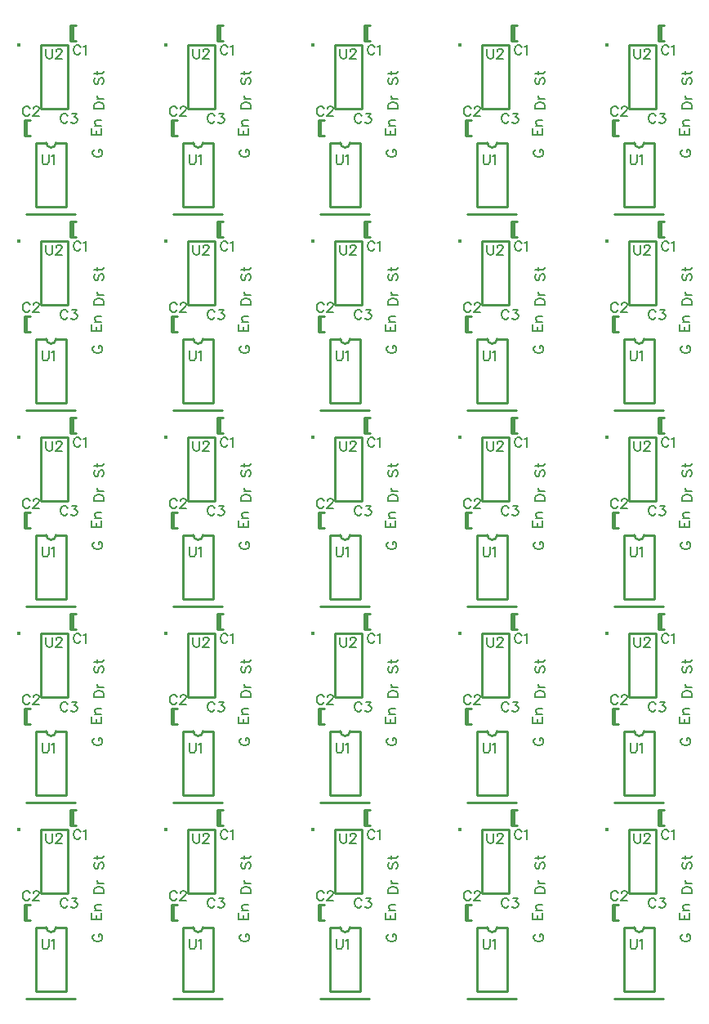
<source format=gbr>
G04 DipTrace 3.3.1.3*
G04 TopSilk.gbr*
%MOIN*%
G04 #@! TF.FileFunction,Legend,Top*
G04 #@! TF.Part,Single*
%ADD10C,0.009843*%
%ADD22C,0.015431*%
%ADD47C,0.006176*%
%FSLAX26Y26*%
G04*
G70*
G90*
G75*
G01*
G04 TopSilk*
%LPD*%
X781987Y1099735D2*
D10*
Y1162665D1*
X774539Y1099735D2*
Y1162665D1*
Y1099735D2*
X798098D1*
X774539Y1162665D2*
X798098D1*
X594487Y712235D2*
Y775165D1*
X587039Y712235D2*
Y775165D1*
Y712235D2*
X610598D1*
X587039Y775165D2*
X610598D1*
X632391Y683472D2*
Y423613D1*
X758363Y683472D2*
Y423613D1*
X632391D2*
X758363D1*
X632391Y683472D2*
X675688D1*
X715066D2*
X758363D1*
X675688D2*
G03X715066Y683472I19689J-9D01*
G01*
D22*
X563506Y1082029D3*
X652755Y1083069D2*
D10*
Y823239D1*
X762991Y1083069D2*
Y823239D1*
X652755D2*
X762991D1*
X652755Y1083069D2*
X762991D1*
X793700Y393700D2*
X593700D1*
X815942Y1073161D2*
D47*
X814041Y1076964D1*
X810194Y1080810D1*
X806392Y1082712D1*
X798742D1*
X794896Y1080810D1*
X791093Y1076964D1*
X789148Y1073161D1*
X787246Y1067413D1*
Y1057818D1*
X789148Y1052114D1*
X791093Y1048268D1*
X794896Y1044465D1*
X798742Y1042520D1*
X806392D1*
X810194Y1044465D1*
X814041Y1048268D1*
X815942Y1052114D1*
X828294Y1075018D2*
X832140Y1076964D1*
X837889Y1082667D1*
Y1042520D1*
X608593Y823161D2*
X606692Y826964D1*
X602845Y830810D1*
X599042Y832712D1*
X591393D1*
X587546Y830810D1*
X583744Y826964D1*
X581798Y823161D1*
X579897Y817413D1*
Y807818D1*
X581798Y802114D1*
X583744Y798268D1*
X587546Y794465D1*
X591393Y792520D1*
X599042D1*
X602845Y794465D1*
X606692Y798268D1*
X608593Y802114D1*
X622890Y823117D2*
Y825018D1*
X624791Y828865D1*
X626692Y830766D1*
X630539Y832667D1*
X638189D1*
X641991Y830766D1*
X643892Y828865D1*
X645838Y825018D1*
Y821215D1*
X643892Y817369D1*
X640090Y811665D1*
X620944Y792520D1*
X647739D1*
X763190Y793664D2*
X761289Y797466D1*
X757442Y801313D1*
X753640Y803214D1*
X745990D1*
X742144Y801313D1*
X738341Y797466D1*
X736395Y793664D1*
X734494Y787916D1*
Y778321D1*
X736395Y772617D1*
X738341Y768770D1*
X742144Y764968D1*
X745990Y763022D1*
X753640D1*
X757442Y764968D1*
X761289Y768770D1*
X763190Y772617D1*
X779388Y803170D2*
X800391D1*
X788939Y787871D1*
X794687D1*
X798489Y785970D1*
X800391Y784069D1*
X802336Y778321D1*
Y774518D1*
X800391Y768770D1*
X796588Y764923D1*
X790840Y763022D1*
X785092D1*
X779388Y764923D1*
X777487Y766869D1*
X775542Y770671D1*
X658507Y635800D2*
Y607104D1*
X660408Y601356D1*
X664255Y597554D1*
X670003Y595608D1*
X673805D1*
X679553Y597554D1*
X683400Y601356D1*
X685301Y607104D1*
Y635800D1*
X697653Y628107D2*
X701500Y630052D1*
X707248Y635756D1*
Y595608D1*
X674903Y1067059D2*
Y1038363D1*
X676804Y1032615D1*
X680651Y1028812D1*
X686399Y1026867D1*
X690201D1*
X695949Y1028812D1*
X699796Y1032615D1*
X701698Y1038363D1*
Y1067059D1*
X715994Y1057464D2*
Y1059365D1*
X717896Y1063212D1*
X719797Y1065113D1*
X723644Y1067014D1*
X731293D1*
X735096Y1065113D1*
X736997Y1063212D1*
X738942Y1059365D1*
Y1055563D1*
X736997Y1051716D1*
X733194Y1046012D1*
X714049Y1026867D1*
X740844D1*
X875708Y948744D2*
X871861Y944942D1*
X869960Y939193D1*
Y931544D1*
X871861Y925796D1*
X875708Y921949D1*
X879510D1*
X883357Y923895D1*
X885258Y925796D1*
X887160Y929599D1*
X891007Y941095D1*
X892908Y944941D1*
X894853Y946843D1*
X898656Y948744D1*
X904404D1*
X908206Y944941D1*
X910152Y939193D1*
Y931544D1*
X908206Y925796D1*
X904404Y921949D1*
X869960Y966843D2*
X902503D1*
X908206Y968745D1*
X910152Y972591D1*
Y976394D1*
X883357Y961095D2*
Y974493D1*
X869960Y821949D2*
X910152D1*
Y835347D1*
X908206Y841095D1*
X904404Y844941D1*
X900557Y846843D1*
X894853Y848744D1*
X885259D1*
X879510Y846843D1*
X875708Y844942D1*
X871861Y841095D1*
X869960Y835347D1*
Y821949D1*
X883357Y861095D2*
X910152D1*
X894853D2*
X889105Y863041D1*
X885259Y866843D1*
X883357Y870690D1*
Y876438D1*
X859960Y741799D2*
Y716949D1*
X900152D1*
Y741798D1*
X879105Y716949D2*
Y732248D1*
X873357Y754150D2*
X900152D1*
X881007D2*
X875259Y759898D1*
X873357Y763745D1*
Y769449D1*
X875259Y773295D1*
X881007Y775197D1*
X900152Y775196D1*
X874511Y655645D2*
X870708Y653744D1*
X866861Y649897D1*
X864960Y646095D1*
Y638445D1*
X866861Y634599D1*
X870708Y630796D1*
X874510Y628851D1*
X880258Y626949D1*
X889853D1*
X895557Y628851D1*
X899404Y630796D1*
X903206Y634599D1*
X905152Y638445D1*
Y646095D1*
X903206Y649897D1*
X899404Y653744D1*
X895557Y655645D1*
X889853D1*
Y646095D1*
X1381987Y1099735D2*
D10*
Y1162665D1*
X1374539Y1099735D2*
Y1162665D1*
Y1099735D2*
X1398098D1*
X1374539Y1162665D2*
X1398098D1*
X1194487Y712235D2*
Y775165D1*
X1187039Y712235D2*
Y775165D1*
Y712235D2*
X1210598D1*
X1187039Y775165D2*
X1210598D1*
X1232391Y683472D2*
Y423613D1*
X1358363Y683472D2*
Y423613D1*
X1232391D2*
X1358363D1*
X1232391Y683472D2*
X1275688D1*
X1315066D2*
X1358363D1*
X1275688D2*
G03X1315066Y683472I19689J-9D01*
G01*
D22*
X1163506Y1082029D3*
X1252755Y1083069D2*
D10*
Y823239D1*
X1362991Y1083069D2*
Y823239D1*
X1252755D2*
X1362991D1*
X1252755Y1083069D2*
X1362991D1*
X1393700Y393700D2*
X1193700D1*
X1415942Y1073161D2*
D47*
X1414041Y1076964D1*
X1410194Y1080810D1*
X1406392Y1082712D1*
X1398742D1*
X1394896Y1080810D1*
X1391093Y1076964D1*
X1389148Y1073161D1*
X1387246Y1067413D1*
Y1057818D1*
X1389148Y1052114D1*
X1391093Y1048268D1*
X1394896Y1044465D1*
X1398742Y1042520D1*
X1406392D1*
X1410194Y1044465D1*
X1414041Y1048268D1*
X1415942Y1052114D1*
X1428294Y1075018D2*
X1432140Y1076964D1*
X1437889Y1082667D1*
Y1042520D1*
X1208593Y823161D2*
X1206692Y826964D1*
X1202845Y830810D1*
X1199042Y832712D1*
X1191393D1*
X1187546Y830810D1*
X1183744Y826964D1*
X1181798Y823161D1*
X1179897Y817413D1*
Y807818D1*
X1181798Y802114D1*
X1183744Y798268D1*
X1187546Y794465D1*
X1191393Y792520D1*
X1199042D1*
X1202845Y794465D1*
X1206692Y798268D1*
X1208593Y802114D1*
X1222890Y823117D2*
Y825018D1*
X1224791Y828865D1*
X1226692Y830766D1*
X1230539Y832667D1*
X1238189D1*
X1241991Y830766D1*
X1243892Y828865D1*
X1245838Y825018D1*
Y821215D1*
X1243892Y817369D1*
X1240090Y811665D1*
X1220944Y792520D1*
X1247739D1*
X1363190Y793664D2*
X1361289Y797466D1*
X1357442Y801313D1*
X1353640Y803214D1*
X1345990D1*
X1342144Y801313D1*
X1338341Y797466D1*
X1336395Y793664D1*
X1334494Y787916D1*
Y778321D1*
X1336395Y772617D1*
X1338341Y768770D1*
X1342144Y764968D1*
X1345990Y763022D1*
X1353640D1*
X1357442Y764968D1*
X1361289Y768770D1*
X1363190Y772617D1*
X1379388Y803170D2*
X1400391D1*
X1388939Y787871D1*
X1394687D1*
X1398489Y785970D1*
X1400391Y784069D1*
X1402336Y778321D1*
Y774518D1*
X1400391Y768770D1*
X1396588Y764923D1*
X1390840Y763022D1*
X1385092D1*
X1379388Y764923D1*
X1377487Y766869D1*
X1375542Y770671D1*
X1258507Y635800D2*
Y607104D1*
X1260408Y601356D1*
X1264255Y597554D1*
X1270003Y595608D1*
X1273805D1*
X1279553Y597554D1*
X1283400Y601356D1*
X1285301Y607104D1*
Y635800D1*
X1297653Y628107D2*
X1301500Y630052D1*
X1307248Y635756D1*
Y595608D1*
X1274903Y1067059D2*
Y1038363D1*
X1276804Y1032615D1*
X1280651Y1028812D1*
X1286399Y1026867D1*
X1290201D1*
X1295949Y1028812D1*
X1299796Y1032615D1*
X1301698Y1038363D1*
Y1067059D1*
X1315994Y1057464D2*
Y1059365D1*
X1317896Y1063212D1*
X1319797Y1065113D1*
X1323644Y1067014D1*
X1331293D1*
X1335096Y1065113D1*
X1336997Y1063212D1*
X1338942Y1059365D1*
Y1055563D1*
X1336997Y1051716D1*
X1333194Y1046012D1*
X1314049Y1026867D1*
X1340844D1*
X1475708Y948744D2*
X1471861Y944942D1*
X1469960Y939193D1*
Y931544D1*
X1471861Y925796D1*
X1475708Y921949D1*
X1479510D1*
X1483357Y923895D1*
X1485258Y925796D1*
X1487160Y929599D1*
X1491007Y941095D1*
X1492908Y944941D1*
X1494853Y946843D1*
X1498656Y948744D1*
X1504404D1*
X1508206Y944941D1*
X1510152Y939193D1*
Y931544D1*
X1508206Y925796D1*
X1504404Y921949D1*
X1469960Y966843D2*
X1502503D1*
X1508206Y968745D1*
X1510152Y972591D1*
Y976394D1*
X1483357Y961095D2*
Y974493D1*
X1469960Y821949D2*
X1510152D1*
Y835347D1*
X1508206Y841095D1*
X1504404Y844941D1*
X1500557Y846843D1*
X1494853Y848744D1*
X1485259D1*
X1479510Y846843D1*
X1475708Y844942D1*
X1471861Y841095D1*
X1469960Y835347D1*
Y821949D1*
X1483357Y861095D2*
X1510152D1*
X1494853D2*
X1489105Y863041D1*
X1485259Y866843D1*
X1483357Y870690D1*
Y876438D1*
X1459960Y741799D2*
Y716949D1*
X1500152D1*
Y741798D1*
X1479105Y716949D2*
Y732248D1*
X1473357Y754150D2*
X1500152D1*
X1481007D2*
X1475259Y759898D1*
X1473357Y763745D1*
Y769449D1*
X1475259Y773295D1*
X1481007Y775197D1*
X1500152Y775196D1*
X1474511Y655645D2*
X1470708Y653744D1*
X1466861Y649897D1*
X1464960Y646095D1*
Y638445D1*
X1466861Y634599D1*
X1470708Y630796D1*
X1474510Y628851D1*
X1480258Y626949D1*
X1489853D1*
X1495557Y628851D1*
X1499404Y630796D1*
X1503206Y634599D1*
X1505152Y638445D1*
Y646095D1*
X1503206Y649897D1*
X1499404Y653744D1*
X1495557Y655645D1*
X1489853D1*
Y646095D1*
X1981987Y1099735D2*
D10*
Y1162665D1*
X1974539Y1099735D2*
Y1162665D1*
Y1099735D2*
X1998098D1*
X1974539Y1162665D2*
X1998098D1*
X1794487Y712235D2*
Y775165D1*
X1787039Y712235D2*
Y775165D1*
Y712235D2*
X1810598D1*
X1787039Y775165D2*
X1810598D1*
X1832391Y683472D2*
Y423613D1*
X1958363Y683472D2*
Y423613D1*
X1832391D2*
X1958363D1*
X1832391Y683472D2*
X1875688D1*
X1915066D2*
X1958363D1*
X1875688D2*
G03X1915066Y683472I19689J-9D01*
G01*
D22*
X1763506Y1082029D3*
X1852755Y1083069D2*
D10*
Y823239D1*
X1962991Y1083069D2*
Y823239D1*
X1852755D2*
X1962991D1*
X1852755Y1083069D2*
X1962991D1*
X1993700Y393700D2*
X1793700D1*
X2015942Y1073161D2*
D47*
X2014041Y1076964D1*
X2010194Y1080810D1*
X2006392Y1082712D1*
X1998742D1*
X1994896Y1080810D1*
X1991093Y1076964D1*
X1989148Y1073161D1*
X1987246Y1067413D1*
Y1057818D1*
X1989148Y1052114D1*
X1991093Y1048268D1*
X1994896Y1044465D1*
X1998742Y1042520D1*
X2006392D1*
X2010194Y1044465D1*
X2014041Y1048268D1*
X2015942Y1052114D1*
X2028294Y1075018D2*
X2032140Y1076964D1*
X2037889Y1082667D1*
Y1042520D1*
X1808593Y823161D2*
X1806692Y826964D1*
X1802845Y830810D1*
X1799042Y832712D1*
X1791393D1*
X1787546Y830810D1*
X1783744Y826964D1*
X1781798Y823161D1*
X1779897Y817413D1*
Y807818D1*
X1781798Y802114D1*
X1783744Y798268D1*
X1787546Y794465D1*
X1791393Y792520D1*
X1799042D1*
X1802845Y794465D1*
X1806692Y798268D1*
X1808593Y802114D1*
X1822890Y823117D2*
Y825018D1*
X1824791Y828865D1*
X1826692Y830766D1*
X1830539Y832667D1*
X1838189D1*
X1841991Y830766D1*
X1843892Y828865D1*
X1845838Y825018D1*
Y821215D1*
X1843892Y817369D1*
X1840090Y811665D1*
X1820944Y792520D1*
X1847739D1*
X1963190Y793664D2*
X1961289Y797466D1*
X1957442Y801313D1*
X1953640Y803214D1*
X1945990D1*
X1942144Y801313D1*
X1938341Y797466D1*
X1936395Y793664D1*
X1934494Y787916D1*
Y778321D1*
X1936395Y772617D1*
X1938341Y768770D1*
X1942144Y764968D1*
X1945990Y763022D1*
X1953640D1*
X1957442Y764968D1*
X1961289Y768770D1*
X1963190Y772617D1*
X1979388Y803170D2*
X2000391D1*
X1988939Y787871D1*
X1994687D1*
X1998489Y785970D1*
X2000391Y784069D1*
X2002336Y778321D1*
Y774518D1*
X2000391Y768770D1*
X1996588Y764923D1*
X1990840Y763022D1*
X1985092D1*
X1979388Y764923D1*
X1977487Y766869D1*
X1975542Y770671D1*
X1858507Y635800D2*
Y607104D1*
X1860408Y601356D1*
X1864255Y597554D1*
X1870003Y595608D1*
X1873805D1*
X1879553Y597554D1*
X1883400Y601356D1*
X1885301Y607104D1*
Y635800D1*
X1897653Y628107D2*
X1901500Y630052D1*
X1907248Y635756D1*
Y595608D1*
X1874903Y1067059D2*
Y1038363D1*
X1876804Y1032615D1*
X1880651Y1028812D1*
X1886399Y1026867D1*
X1890201D1*
X1895949Y1028812D1*
X1899796Y1032615D1*
X1901698Y1038363D1*
Y1067059D1*
X1915994Y1057464D2*
Y1059365D1*
X1917896Y1063212D1*
X1919797Y1065113D1*
X1923644Y1067014D1*
X1931293D1*
X1935096Y1065113D1*
X1936997Y1063212D1*
X1938942Y1059365D1*
Y1055563D1*
X1936997Y1051716D1*
X1933194Y1046012D1*
X1914049Y1026867D1*
X1940844D1*
X2075708Y948744D2*
X2071861Y944942D1*
X2069960Y939193D1*
Y931544D1*
X2071861Y925796D1*
X2075708Y921949D1*
X2079510D1*
X2083357Y923895D1*
X2085258Y925796D1*
X2087160Y929599D1*
X2091007Y941095D1*
X2092908Y944941D1*
X2094853Y946843D1*
X2098656Y948744D1*
X2104404D1*
X2108206Y944941D1*
X2110152Y939193D1*
Y931544D1*
X2108206Y925796D1*
X2104404Y921949D1*
X2069960Y966843D2*
X2102503D1*
X2108206Y968745D1*
X2110152Y972591D1*
Y976394D1*
X2083357Y961095D2*
Y974493D1*
X2069960Y821949D2*
X2110152D1*
Y835347D1*
X2108206Y841095D1*
X2104404Y844941D1*
X2100557Y846843D1*
X2094853Y848744D1*
X2085259D1*
X2079510Y846843D1*
X2075708Y844942D1*
X2071861Y841095D1*
X2069960Y835347D1*
Y821949D1*
X2083357Y861095D2*
X2110152D1*
X2094853D2*
X2089105Y863041D1*
X2085259Y866843D1*
X2083357Y870690D1*
Y876438D1*
X2059960Y741799D2*
Y716949D1*
X2100152D1*
Y741798D1*
X2079105Y716949D2*
Y732248D1*
X2073357Y754150D2*
X2100152D1*
X2081007D2*
X2075259Y759898D1*
X2073357Y763745D1*
Y769449D1*
X2075259Y773295D1*
X2081007Y775197D1*
X2100152Y775196D1*
X2074511Y655645D2*
X2070708Y653744D1*
X2066861Y649897D1*
X2064960Y646095D1*
Y638445D1*
X2066861Y634599D1*
X2070708Y630796D1*
X2074510Y628851D1*
X2080258Y626949D1*
X2089853D1*
X2095557Y628851D1*
X2099404Y630796D1*
X2103206Y634599D1*
X2105152Y638445D1*
Y646095D1*
X2103206Y649897D1*
X2099404Y653744D1*
X2095557Y655645D1*
X2089853D1*
Y646095D1*
X2581987Y1099735D2*
D10*
Y1162665D1*
X2574539Y1099735D2*
Y1162665D1*
Y1099735D2*
X2598098D1*
X2574539Y1162665D2*
X2598098D1*
X2394487Y712235D2*
Y775165D1*
X2387039Y712235D2*
Y775165D1*
Y712235D2*
X2410598D1*
X2387039Y775165D2*
X2410598D1*
X2432391Y683472D2*
Y423613D1*
X2558363Y683472D2*
Y423613D1*
X2432391D2*
X2558363D1*
X2432391Y683472D2*
X2475688D1*
X2515066D2*
X2558363D1*
X2475688D2*
G03X2515066Y683472I19689J-9D01*
G01*
D22*
X2363506Y1082029D3*
X2452755Y1083069D2*
D10*
Y823239D1*
X2562991Y1083069D2*
Y823239D1*
X2452755D2*
X2562991D1*
X2452755Y1083069D2*
X2562991D1*
X2593700Y393700D2*
X2393700D1*
X2615942Y1073161D2*
D47*
X2614041Y1076964D1*
X2610194Y1080810D1*
X2606392Y1082712D1*
X2598742D1*
X2594896Y1080810D1*
X2591093Y1076964D1*
X2589148Y1073161D1*
X2587246Y1067413D1*
Y1057818D1*
X2589148Y1052114D1*
X2591093Y1048268D1*
X2594896Y1044465D1*
X2598742Y1042520D1*
X2606392D1*
X2610194Y1044465D1*
X2614041Y1048268D1*
X2615942Y1052114D1*
X2628294Y1075018D2*
X2632140Y1076964D1*
X2637889Y1082667D1*
Y1042520D1*
X2408593Y823161D2*
X2406692Y826964D1*
X2402845Y830810D1*
X2399042Y832712D1*
X2391393D1*
X2387546Y830810D1*
X2383744Y826964D1*
X2381798Y823161D1*
X2379897Y817413D1*
Y807818D1*
X2381798Y802114D1*
X2383744Y798268D1*
X2387546Y794465D1*
X2391393Y792520D1*
X2399042D1*
X2402845Y794465D1*
X2406692Y798268D1*
X2408593Y802114D1*
X2422890Y823117D2*
Y825018D1*
X2424791Y828865D1*
X2426692Y830766D1*
X2430539Y832667D1*
X2438189D1*
X2441991Y830766D1*
X2443892Y828865D1*
X2445838Y825018D1*
Y821215D1*
X2443892Y817369D1*
X2440090Y811665D1*
X2420944Y792520D1*
X2447739D1*
X2563190Y793664D2*
X2561289Y797466D1*
X2557442Y801313D1*
X2553640Y803214D1*
X2545990D1*
X2542144Y801313D1*
X2538341Y797466D1*
X2536395Y793664D1*
X2534494Y787916D1*
Y778321D1*
X2536395Y772617D1*
X2538341Y768770D1*
X2542144Y764968D1*
X2545990Y763022D1*
X2553640D1*
X2557442Y764968D1*
X2561289Y768770D1*
X2563190Y772617D1*
X2579388Y803170D2*
X2600391D1*
X2588939Y787871D1*
X2594687D1*
X2598489Y785970D1*
X2600391Y784069D1*
X2602336Y778321D1*
Y774518D1*
X2600391Y768770D1*
X2596588Y764923D1*
X2590840Y763022D1*
X2585092D1*
X2579388Y764923D1*
X2577487Y766869D1*
X2575542Y770671D1*
X2458507Y635800D2*
Y607104D1*
X2460408Y601356D1*
X2464255Y597554D1*
X2470003Y595608D1*
X2473805D1*
X2479553Y597554D1*
X2483400Y601356D1*
X2485301Y607104D1*
Y635800D1*
X2497653Y628107D2*
X2501500Y630052D1*
X2507248Y635756D1*
Y595608D1*
X2474903Y1067059D2*
Y1038363D1*
X2476804Y1032615D1*
X2480651Y1028812D1*
X2486399Y1026867D1*
X2490201D1*
X2495949Y1028812D1*
X2499796Y1032615D1*
X2501698Y1038363D1*
Y1067059D1*
X2515994Y1057464D2*
Y1059365D1*
X2517896Y1063212D1*
X2519797Y1065113D1*
X2523644Y1067014D1*
X2531293D1*
X2535096Y1065113D1*
X2536997Y1063212D1*
X2538942Y1059365D1*
Y1055563D1*
X2536997Y1051716D1*
X2533194Y1046012D1*
X2514049Y1026867D1*
X2540844D1*
X2675708Y948744D2*
X2671861Y944942D1*
X2669960Y939193D1*
Y931544D1*
X2671861Y925796D1*
X2675708Y921949D1*
X2679510D1*
X2683357Y923895D1*
X2685258Y925796D1*
X2687160Y929599D1*
X2691007Y941095D1*
X2692908Y944941D1*
X2694853Y946843D1*
X2698656Y948744D1*
X2704404D1*
X2708206Y944941D1*
X2710152Y939193D1*
Y931544D1*
X2708206Y925796D1*
X2704404Y921949D1*
X2669960Y966843D2*
X2702503D1*
X2708206Y968745D1*
X2710152Y972591D1*
Y976394D1*
X2683357Y961095D2*
Y974493D1*
X2669960Y821949D2*
X2710152D1*
Y835347D1*
X2708206Y841095D1*
X2704404Y844941D1*
X2700557Y846843D1*
X2694853Y848744D1*
X2685259D1*
X2679510Y846843D1*
X2675708Y844942D1*
X2671861Y841095D1*
X2669960Y835347D1*
Y821949D1*
X2683357Y861095D2*
X2710152D1*
X2694853D2*
X2689105Y863041D1*
X2685259Y866843D1*
X2683357Y870690D1*
Y876438D1*
X2659960Y741799D2*
Y716949D1*
X2700152D1*
Y741798D1*
X2679105Y716949D2*
Y732248D1*
X2673357Y754150D2*
X2700152D1*
X2681007D2*
X2675259Y759898D1*
X2673357Y763745D1*
Y769449D1*
X2675259Y773295D1*
X2681007Y775197D1*
X2700152Y775196D1*
X2674511Y655645D2*
X2670708Y653744D1*
X2666861Y649897D1*
X2664960Y646095D1*
Y638445D1*
X2666861Y634599D1*
X2670708Y630796D1*
X2674510Y628851D1*
X2680258Y626949D1*
X2689853D1*
X2695557Y628851D1*
X2699404Y630796D1*
X2703206Y634599D1*
X2705152Y638445D1*
Y646095D1*
X2703206Y649897D1*
X2699404Y653744D1*
X2695557Y655645D1*
X2689853D1*
Y646095D1*
X3181987Y1099735D2*
D10*
Y1162665D1*
X3174539Y1099735D2*
Y1162665D1*
Y1099735D2*
X3198098D1*
X3174539Y1162665D2*
X3198098D1*
X2994487Y712235D2*
Y775165D1*
X2987039Y712235D2*
Y775165D1*
Y712235D2*
X3010598D1*
X2987039Y775165D2*
X3010598D1*
X3032391Y683472D2*
Y423613D1*
X3158363Y683472D2*
Y423613D1*
X3032391D2*
X3158363D1*
X3032391Y683472D2*
X3075688D1*
X3115066D2*
X3158363D1*
X3075688D2*
G03X3115066Y683472I19689J-9D01*
G01*
D22*
X2963506Y1082029D3*
X3052755Y1083069D2*
D10*
Y823239D1*
X3162991Y1083069D2*
Y823239D1*
X3052755D2*
X3162991D1*
X3052755Y1083069D2*
X3162991D1*
X3193700Y393700D2*
X2993700D1*
X3215942Y1073161D2*
D47*
X3214041Y1076964D1*
X3210194Y1080810D1*
X3206392Y1082712D1*
X3198742D1*
X3194896Y1080810D1*
X3191093Y1076964D1*
X3189148Y1073161D1*
X3187246Y1067413D1*
Y1057818D1*
X3189148Y1052114D1*
X3191093Y1048268D1*
X3194896Y1044465D1*
X3198742Y1042520D1*
X3206392D1*
X3210194Y1044465D1*
X3214041Y1048268D1*
X3215942Y1052114D1*
X3228294Y1075018D2*
X3232140Y1076964D1*
X3237889Y1082667D1*
Y1042520D1*
X3008593Y823161D2*
X3006692Y826964D1*
X3002845Y830810D1*
X2999042Y832712D1*
X2991393D1*
X2987546Y830810D1*
X2983744Y826964D1*
X2981798Y823161D1*
X2979897Y817413D1*
Y807818D1*
X2981798Y802114D1*
X2983744Y798268D1*
X2987546Y794465D1*
X2991393Y792520D1*
X2999042D1*
X3002845Y794465D1*
X3006692Y798268D1*
X3008593Y802114D1*
X3022890Y823117D2*
Y825018D1*
X3024791Y828865D1*
X3026692Y830766D1*
X3030539Y832667D1*
X3038189D1*
X3041991Y830766D1*
X3043892Y828865D1*
X3045838Y825018D1*
Y821215D1*
X3043892Y817369D1*
X3040090Y811665D1*
X3020944Y792520D1*
X3047739D1*
X3163190Y793664D2*
X3161289Y797466D1*
X3157442Y801313D1*
X3153640Y803214D1*
X3145990D1*
X3142144Y801313D1*
X3138341Y797466D1*
X3136395Y793664D1*
X3134494Y787916D1*
Y778321D1*
X3136395Y772617D1*
X3138341Y768770D1*
X3142144Y764968D1*
X3145990Y763022D1*
X3153640D1*
X3157442Y764968D1*
X3161289Y768770D1*
X3163190Y772617D1*
X3179388Y803170D2*
X3200391D1*
X3188939Y787871D1*
X3194687D1*
X3198489Y785970D1*
X3200391Y784069D1*
X3202336Y778321D1*
Y774518D1*
X3200391Y768770D1*
X3196588Y764923D1*
X3190840Y763022D1*
X3185092D1*
X3179388Y764923D1*
X3177487Y766869D1*
X3175542Y770671D1*
X3058507Y635800D2*
Y607104D1*
X3060408Y601356D1*
X3064255Y597554D1*
X3070003Y595608D1*
X3073805D1*
X3079553Y597554D1*
X3083400Y601356D1*
X3085301Y607104D1*
Y635800D1*
X3097653Y628107D2*
X3101500Y630052D1*
X3107248Y635756D1*
Y595608D1*
X3074903Y1067059D2*
Y1038363D1*
X3076804Y1032615D1*
X3080651Y1028812D1*
X3086399Y1026867D1*
X3090201D1*
X3095949Y1028812D1*
X3099796Y1032615D1*
X3101698Y1038363D1*
Y1067059D1*
X3115994Y1057464D2*
Y1059365D1*
X3117896Y1063212D1*
X3119797Y1065113D1*
X3123644Y1067014D1*
X3131293D1*
X3135096Y1065113D1*
X3136997Y1063212D1*
X3138942Y1059365D1*
Y1055563D1*
X3136997Y1051716D1*
X3133194Y1046012D1*
X3114049Y1026867D1*
X3140844D1*
X3275708Y948744D2*
X3271861Y944942D1*
X3269960Y939193D1*
Y931544D1*
X3271861Y925796D1*
X3275708Y921949D1*
X3279510D1*
X3283357Y923895D1*
X3285258Y925796D1*
X3287160Y929599D1*
X3291007Y941095D1*
X3292908Y944941D1*
X3294853Y946843D1*
X3298656Y948744D1*
X3304404D1*
X3308206Y944941D1*
X3310152Y939193D1*
Y931544D1*
X3308206Y925796D1*
X3304404Y921949D1*
X3269960Y966843D2*
X3302503D1*
X3308206Y968745D1*
X3310152Y972591D1*
Y976394D1*
X3283357Y961095D2*
Y974493D1*
X3269960Y821949D2*
X3310152D1*
Y835347D1*
X3308206Y841095D1*
X3304404Y844941D1*
X3300557Y846843D1*
X3294853Y848744D1*
X3285259D1*
X3279510Y846843D1*
X3275708Y844942D1*
X3271861Y841095D1*
X3269960Y835347D1*
Y821949D1*
X3283357Y861095D2*
X3310152D1*
X3294853D2*
X3289105Y863041D1*
X3285259Y866843D1*
X3283357Y870690D1*
Y876438D1*
X3259960Y741799D2*
Y716949D1*
X3300152D1*
Y741798D1*
X3279105Y716949D2*
Y732248D1*
X3273357Y754150D2*
X3300152D1*
X3281007D2*
X3275259Y759898D1*
X3273357Y763745D1*
Y769449D1*
X3275259Y773295D1*
X3281007Y775197D1*
X3300152Y775196D1*
X3274511Y655645D2*
X3270708Y653744D1*
X3266861Y649897D1*
X3264960Y646095D1*
Y638445D1*
X3266861Y634599D1*
X3270708Y630796D1*
X3274510Y628851D1*
X3280258Y626949D1*
X3289853D1*
X3295557Y628851D1*
X3299404Y630796D1*
X3303206Y634599D1*
X3305152Y638445D1*
Y646095D1*
X3303206Y649897D1*
X3299404Y653744D1*
X3295557Y655645D1*
X3289853D1*
Y646095D1*
X781987Y1899735D2*
D10*
Y1962665D1*
X774539Y1899735D2*
Y1962665D1*
Y1899735D2*
X798098D1*
X774539Y1962665D2*
X798098D1*
X594487Y1512235D2*
Y1575165D1*
X587039Y1512235D2*
Y1575165D1*
Y1512235D2*
X610598D1*
X587039Y1575165D2*
X610598D1*
X632391Y1483472D2*
Y1223613D1*
X758363Y1483472D2*
Y1223613D1*
X632391D2*
X758363D1*
X632391Y1483472D2*
X675688D1*
X715066D2*
X758363D1*
X675688D2*
G03X715066Y1483472I19689J-9D01*
G01*
D22*
X563506Y1882029D3*
X652755Y1883069D2*
D10*
Y1623239D1*
X762991Y1883069D2*
Y1623239D1*
X652755D2*
X762991D1*
X652755Y1883069D2*
X762991D1*
X793700Y1193700D2*
X593700D1*
X815942Y1873161D2*
D47*
X814041Y1876964D1*
X810194Y1880810D1*
X806392Y1882712D1*
X798742D1*
X794896Y1880810D1*
X791093Y1876964D1*
X789148Y1873161D1*
X787246Y1867413D1*
Y1857818D1*
X789148Y1852114D1*
X791093Y1848268D1*
X794896Y1844465D1*
X798742Y1842520D1*
X806392D1*
X810194Y1844465D1*
X814041Y1848268D1*
X815942Y1852114D1*
X828294Y1875018D2*
X832140Y1876964D1*
X837889Y1882667D1*
Y1842520D1*
X608593Y1623161D2*
X606692Y1626964D1*
X602845Y1630810D1*
X599042Y1632712D1*
X591393D1*
X587546Y1630810D1*
X583744Y1626964D1*
X581798Y1623161D1*
X579897Y1617413D1*
Y1607818D1*
X581798Y1602114D1*
X583744Y1598268D1*
X587546Y1594465D1*
X591393Y1592520D1*
X599042D1*
X602845Y1594465D1*
X606692Y1598268D1*
X608593Y1602114D1*
X622890Y1623117D2*
Y1625018D1*
X624791Y1628865D1*
X626692Y1630766D1*
X630539Y1632667D1*
X638189D1*
X641991Y1630766D1*
X643892Y1628865D1*
X645838Y1625018D1*
Y1621215D1*
X643892Y1617369D1*
X640090Y1611665D1*
X620944Y1592520D1*
X647739D1*
X763190Y1593664D2*
X761289Y1597466D1*
X757442Y1601313D1*
X753640Y1603214D1*
X745990D1*
X742144Y1601313D1*
X738341Y1597466D1*
X736395Y1593664D1*
X734494Y1587916D1*
Y1578321D1*
X736395Y1572617D1*
X738341Y1568770D1*
X742144Y1564968D1*
X745990Y1563022D1*
X753640D1*
X757442Y1564968D1*
X761289Y1568770D1*
X763190Y1572617D1*
X779388Y1603170D2*
X800391D1*
X788939Y1587871D1*
X794687D1*
X798489Y1585970D1*
X800391Y1584069D1*
X802336Y1578321D1*
Y1574518D1*
X800391Y1568770D1*
X796588Y1564923D1*
X790840Y1563022D1*
X785092D1*
X779388Y1564923D1*
X777487Y1566869D1*
X775542Y1570671D1*
X658507Y1435800D2*
Y1407104D1*
X660408Y1401356D1*
X664255Y1397554D1*
X670003Y1395608D1*
X673805D1*
X679553Y1397554D1*
X683400Y1401356D1*
X685301Y1407104D1*
Y1435800D1*
X697653Y1428107D2*
X701500Y1430052D1*
X707248Y1435756D1*
Y1395608D1*
X674903Y1867059D2*
Y1838363D1*
X676804Y1832615D1*
X680651Y1828812D1*
X686399Y1826867D1*
X690201D1*
X695949Y1828812D1*
X699796Y1832615D1*
X701698Y1838363D1*
Y1867059D1*
X715994Y1857464D2*
Y1859365D1*
X717896Y1863212D1*
X719797Y1865113D1*
X723644Y1867014D1*
X731293D1*
X735096Y1865113D1*
X736997Y1863212D1*
X738942Y1859365D1*
Y1855563D1*
X736997Y1851716D1*
X733194Y1846012D1*
X714049Y1826867D1*
X740844D1*
X875708Y1748744D2*
X871861Y1744942D1*
X869960Y1739193D1*
Y1731544D1*
X871861Y1725796D1*
X875708Y1721949D1*
X879510D1*
X883357Y1723895D1*
X885258Y1725796D1*
X887160Y1729599D1*
X891007Y1741095D1*
X892908Y1744941D1*
X894853Y1746843D1*
X898656Y1748744D1*
X904404D1*
X908206Y1744941D1*
X910152Y1739193D1*
Y1731544D1*
X908206Y1725796D1*
X904404Y1721949D1*
X869960Y1766843D2*
X902503D1*
X908206Y1768745D1*
X910152Y1772591D1*
Y1776394D1*
X883357Y1761095D2*
Y1774493D1*
X869960Y1621949D2*
X910152D1*
Y1635347D1*
X908206Y1641095D1*
X904404Y1644941D1*
X900557Y1646843D1*
X894853Y1648744D1*
X885259D1*
X879510Y1646843D1*
X875708Y1644942D1*
X871861Y1641095D1*
X869960Y1635347D1*
Y1621949D1*
X883357Y1661095D2*
X910152D1*
X894853D2*
X889105Y1663041D1*
X885259Y1666843D1*
X883357Y1670690D1*
Y1676438D1*
X859960Y1541799D2*
Y1516949D1*
X900152D1*
Y1541798D1*
X879105Y1516949D2*
Y1532248D1*
X873357Y1554150D2*
X900152D1*
X881007D2*
X875259Y1559898D1*
X873357Y1563745D1*
Y1569449D1*
X875259Y1573295D1*
X881007Y1575197D1*
X900152Y1575196D1*
X874511Y1455645D2*
X870708Y1453744D1*
X866861Y1449897D1*
X864960Y1446095D1*
Y1438445D1*
X866861Y1434599D1*
X870708Y1430796D1*
X874510Y1428851D1*
X880258Y1426949D1*
X889853D1*
X895557Y1428851D1*
X899404Y1430796D1*
X903206Y1434599D1*
X905152Y1438445D1*
Y1446095D1*
X903206Y1449897D1*
X899404Y1453744D1*
X895557Y1455645D1*
X889853D1*
Y1446095D1*
X1381987Y1899735D2*
D10*
Y1962665D1*
X1374539Y1899735D2*
Y1962665D1*
Y1899735D2*
X1398098D1*
X1374539Y1962665D2*
X1398098D1*
X1194487Y1512235D2*
Y1575165D1*
X1187039Y1512235D2*
Y1575165D1*
Y1512235D2*
X1210598D1*
X1187039Y1575165D2*
X1210598D1*
X1232391Y1483472D2*
Y1223613D1*
X1358363Y1483472D2*
Y1223613D1*
X1232391D2*
X1358363D1*
X1232391Y1483472D2*
X1275688D1*
X1315066D2*
X1358363D1*
X1275688D2*
G03X1315066Y1483472I19689J-9D01*
G01*
D22*
X1163506Y1882029D3*
X1252755Y1883069D2*
D10*
Y1623239D1*
X1362991Y1883069D2*
Y1623239D1*
X1252755D2*
X1362991D1*
X1252755Y1883069D2*
X1362991D1*
X1393700Y1193700D2*
X1193700D1*
X1415942Y1873161D2*
D47*
X1414041Y1876964D1*
X1410194Y1880810D1*
X1406392Y1882712D1*
X1398742D1*
X1394896Y1880810D1*
X1391093Y1876964D1*
X1389148Y1873161D1*
X1387246Y1867413D1*
Y1857818D1*
X1389148Y1852114D1*
X1391093Y1848268D1*
X1394896Y1844465D1*
X1398742Y1842520D1*
X1406392D1*
X1410194Y1844465D1*
X1414041Y1848268D1*
X1415942Y1852114D1*
X1428294Y1875018D2*
X1432140Y1876964D1*
X1437889Y1882667D1*
Y1842520D1*
X1208593Y1623161D2*
X1206692Y1626964D1*
X1202845Y1630810D1*
X1199042Y1632712D1*
X1191393D1*
X1187546Y1630810D1*
X1183744Y1626964D1*
X1181798Y1623161D1*
X1179897Y1617413D1*
Y1607818D1*
X1181798Y1602114D1*
X1183744Y1598268D1*
X1187546Y1594465D1*
X1191393Y1592520D1*
X1199042D1*
X1202845Y1594465D1*
X1206692Y1598268D1*
X1208593Y1602114D1*
X1222890Y1623117D2*
Y1625018D1*
X1224791Y1628865D1*
X1226692Y1630766D1*
X1230539Y1632667D1*
X1238189D1*
X1241991Y1630766D1*
X1243892Y1628865D1*
X1245838Y1625018D1*
Y1621215D1*
X1243892Y1617369D1*
X1240090Y1611665D1*
X1220944Y1592520D1*
X1247739D1*
X1363190Y1593664D2*
X1361289Y1597466D1*
X1357442Y1601313D1*
X1353640Y1603214D1*
X1345990D1*
X1342144Y1601313D1*
X1338341Y1597466D1*
X1336395Y1593664D1*
X1334494Y1587916D1*
Y1578321D1*
X1336395Y1572617D1*
X1338341Y1568770D1*
X1342144Y1564968D1*
X1345990Y1563022D1*
X1353640D1*
X1357442Y1564968D1*
X1361289Y1568770D1*
X1363190Y1572617D1*
X1379388Y1603170D2*
X1400391D1*
X1388939Y1587871D1*
X1394687D1*
X1398489Y1585970D1*
X1400391Y1584069D1*
X1402336Y1578321D1*
Y1574518D1*
X1400391Y1568770D1*
X1396588Y1564923D1*
X1390840Y1563022D1*
X1385092D1*
X1379388Y1564923D1*
X1377487Y1566869D1*
X1375542Y1570671D1*
X1258507Y1435800D2*
Y1407104D1*
X1260408Y1401356D1*
X1264255Y1397554D1*
X1270003Y1395608D1*
X1273805D1*
X1279553Y1397554D1*
X1283400Y1401356D1*
X1285301Y1407104D1*
Y1435800D1*
X1297653Y1428107D2*
X1301500Y1430052D1*
X1307248Y1435756D1*
Y1395608D1*
X1274903Y1867059D2*
Y1838363D1*
X1276804Y1832615D1*
X1280651Y1828812D1*
X1286399Y1826867D1*
X1290201D1*
X1295949Y1828812D1*
X1299796Y1832615D1*
X1301698Y1838363D1*
Y1867059D1*
X1315994Y1857464D2*
Y1859365D1*
X1317896Y1863212D1*
X1319797Y1865113D1*
X1323644Y1867014D1*
X1331293D1*
X1335096Y1865113D1*
X1336997Y1863212D1*
X1338942Y1859365D1*
Y1855563D1*
X1336997Y1851716D1*
X1333194Y1846012D1*
X1314049Y1826867D1*
X1340844D1*
X1475708Y1748744D2*
X1471861Y1744942D1*
X1469960Y1739193D1*
Y1731544D1*
X1471861Y1725796D1*
X1475708Y1721949D1*
X1479510D1*
X1483357Y1723895D1*
X1485258Y1725796D1*
X1487160Y1729599D1*
X1491007Y1741095D1*
X1492908Y1744941D1*
X1494853Y1746843D1*
X1498656Y1748744D1*
X1504404D1*
X1508206Y1744941D1*
X1510152Y1739193D1*
Y1731544D1*
X1508206Y1725796D1*
X1504404Y1721949D1*
X1469960Y1766843D2*
X1502503D1*
X1508206Y1768745D1*
X1510152Y1772591D1*
Y1776394D1*
X1483357Y1761095D2*
Y1774493D1*
X1469960Y1621949D2*
X1510152D1*
Y1635347D1*
X1508206Y1641095D1*
X1504404Y1644941D1*
X1500557Y1646843D1*
X1494853Y1648744D1*
X1485259D1*
X1479510Y1646843D1*
X1475708Y1644942D1*
X1471861Y1641095D1*
X1469960Y1635347D1*
Y1621949D1*
X1483357Y1661095D2*
X1510152D1*
X1494853D2*
X1489105Y1663041D1*
X1485259Y1666843D1*
X1483357Y1670690D1*
Y1676438D1*
X1459960Y1541799D2*
Y1516949D1*
X1500152D1*
Y1541798D1*
X1479105Y1516949D2*
Y1532248D1*
X1473357Y1554150D2*
X1500152D1*
X1481007D2*
X1475259Y1559898D1*
X1473357Y1563745D1*
Y1569449D1*
X1475259Y1573295D1*
X1481007Y1575197D1*
X1500152Y1575196D1*
X1474511Y1455645D2*
X1470708Y1453744D1*
X1466861Y1449897D1*
X1464960Y1446095D1*
Y1438445D1*
X1466861Y1434599D1*
X1470708Y1430796D1*
X1474510Y1428851D1*
X1480258Y1426949D1*
X1489853D1*
X1495557Y1428851D1*
X1499404Y1430796D1*
X1503206Y1434599D1*
X1505152Y1438445D1*
Y1446095D1*
X1503206Y1449897D1*
X1499404Y1453744D1*
X1495557Y1455645D1*
X1489853D1*
Y1446095D1*
X1981987Y1899735D2*
D10*
Y1962665D1*
X1974539Y1899735D2*
Y1962665D1*
Y1899735D2*
X1998098D1*
X1974539Y1962665D2*
X1998098D1*
X1794487Y1512235D2*
Y1575165D1*
X1787039Y1512235D2*
Y1575165D1*
Y1512235D2*
X1810598D1*
X1787039Y1575165D2*
X1810598D1*
X1832391Y1483472D2*
Y1223613D1*
X1958363Y1483472D2*
Y1223613D1*
X1832391D2*
X1958363D1*
X1832391Y1483472D2*
X1875688D1*
X1915066D2*
X1958363D1*
X1875688D2*
G03X1915066Y1483472I19689J-9D01*
G01*
D22*
X1763506Y1882029D3*
X1852755Y1883069D2*
D10*
Y1623239D1*
X1962991Y1883069D2*
Y1623239D1*
X1852755D2*
X1962991D1*
X1852755Y1883069D2*
X1962991D1*
X1993700Y1193700D2*
X1793700D1*
X2015942Y1873161D2*
D47*
X2014041Y1876964D1*
X2010194Y1880810D1*
X2006392Y1882712D1*
X1998742D1*
X1994896Y1880810D1*
X1991093Y1876964D1*
X1989148Y1873161D1*
X1987246Y1867413D1*
Y1857818D1*
X1989148Y1852114D1*
X1991093Y1848268D1*
X1994896Y1844465D1*
X1998742Y1842520D1*
X2006392D1*
X2010194Y1844465D1*
X2014041Y1848268D1*
X2015942Y1852114D1*
X2028294Y1875018D2*
X2032140Y1876964D1*
X2037889Y1882667D1*
Y1842520D1*
X1808593Y1623161D2*
X1806692Y1626964D1*
X1802845Y1630810D1*
X1799042Y1632712D1*
X1791393D1*
X1787546Y1630810D1*
X1783744Y1626964D1*
X1781798Y1623161D1*
X1779897Y1617413D1*
Y1607818D1*
X1781798Y1602114D1*
X1783744Y1598268D1*
X1787546Y1594465D1*
X1791393Y1592520D1*
X1799042D1*
X1802845Y1594465D1*
X1806692Y1598268D1*
X1808593Y1602114D1*
X1822890Y1623117D2*
Y1625018D1*
X1824791Y1628865D1*
X1826692Y1630766D1*
X1830539Y1632667D1*
X1838189D1*
X1841991Y1630766D1*
X1843892Y1628865D1*
X1845838Y1625018D1*
Y1621215D1*
X1843892Y1617369D1*
X1840090Y1611665D1*
X1820944Y1592520D1*
X1847739D1*
X1963190Y1593664D2*
X1961289Y1597466D1*
X1957442Y1601313D1*
X1953640Y1603214D1*
X1945990D1*
X1942144Y1601313D1*
X1938341Y1597466D1*
X1936395Y1593664D1*
X1934494Y1587916D1*
Y1578321D1*
X1936395Y1572617D1*
X1938341Y1568770D1*
X1942144Y1564968D1*
X1945990Y1563022D1*
X1953640D1*
X1957442Y1564968D1*
X1961289Y1568770D1*
X1963190Y1572617D1*
X1979388Y1603170D2*
X2000391D1*
X1988939Y1587871D1*
X1994687D1*
X1998489Y1585970D1*
X2000391Y1584069D1*
X2002336Y1578321D1*
Y1574518D1*
X2000391Y1568770D1*
X1996588Y1564923D1*
X1990840Y1563022D1*
X1985092D1*
X1979388Y1564923D1*
X1977487Y1566869D1*
X1975542Y1570671D1*
X1858507Y1435800D2*
Y1407104D1*
X1860408Y1401356D1*
X1864255Y1397554D1*
X1870003Y1395608D1*
X1873805D1*
X1879553Y1397554D1*
X1883400Y1401356D1*
X1885301Y1407104D1*
Y1435800D1*
X1897653Y1428107D2*
X1901500Y1430052D1*
X1907248Y1435756D1*
Y1395608D1*
X1874903Y1867059D2*
Y1838363D1*
X1876804Y1832615D1*
X1880651Y1828812D1*
X1886399Y1826867D1*
X1890201D1*
X1895949Y1828812D1*
X1899796Y1832615D1*
X1901698Y1838363D1*
Y1867059D1*
X1915994Y1857464D2*
Y1859365D1*
X1917896Y1863212D1*
X1919797Y1865113D1*
X1923644Y1867014D1*
X1931293D1*
X1935096Y1865113D1*
X1936997Y1863212D1*
X1938942Y1859365D1*
Y1855563D1*
X1936997Y1851716D1*
X1933194Y1846012D1*
X1914049Y1826867D1*
X1940844D1*
X2075708Y1748744D2*
X2071861Y1744942D1*
X2069960Y1739193D1*
Y1731544D1*
X2071861Y1725796D1*
X2075708Y1721949D1*
X2079510D1*
X2083357Y1723895D1*
X2085258Y1725796D1*
X2087160Y1729599D1*
X2091007Y1741095D1*
X2092908Y1744941D1*
X2094853Y1746843D1*
X2098656Y1748744D1*
X2104404D1*
X2108206Y1744941D1*
X2110152Y1739193D1*
Y1731544D1*
X2108206Y1725796D1*
X2104404Y1721949D1*
X2069960Y1766843D2*
X2102503D1*
X2108206Y1768745D1*
X2110152Y1772591D1*
Y1776394D1*
X2083357Y1761095D2*
Y1774493D1*
X2069960Y1621949D2*
X2110152D1*
Y1635347D1*
X2108206Y1641095D1*
X2104404Y1644941D1*
X2100557Y1646843D1*
X2094853Y1648744D1*
X2085259D1*
X2079510Y1646843D1*
X2075708Y1644942D1*
X2071861Y1641095D1*
X2069960Y1635347D1*
Y1621949D1*
X2083357Y1661095D2*
X2110152D1*
X2094853D2*
X2089105Y1663041D1*
X2085259Y1666843D1*
X2083357Y1670690D1*
Y1676438D1*
X2059960Y1541799D2*
Y1516949D1*
X2100152D1*
Y1541798D1*
X2079105Y1516949D2*
Y1532248D1*
X2073357Y1554150D2*
X2100152D1*
X2081007D2*
X2075259Y1559898D1*
X2073357Y1563745D1*
Y1569449D1*
X2075259Y1573295D1*
X2081007Y1575197D1*
X2100152Y1575196D1*
X2074511Y1455645D2*
X2070708Y1453744D1*
X2066861Y1449897D1*
X2064960Y1446095D1*
Y1438445D1*
X2066861Y1434599D1*
X2070708Y1430796D1*
X2074510Y1428851D1*
X2080258Y1426949D1*
X2089853D1*
X2095557Y1428851D1*
X2099404Y1430796D1*
X2103206Y1434599D1*
X2105152Y1438445D1*
Y1446095D1*
X2103206Y1449897D1*
X2099404Y1453744D1*
X2095557Y1455645D1*
X2089853D1*
Y1446095D1*
X2581987Y1899735D2*
D10*
Y1962665D1*
X2574539Y1899735D2*
Y1962665D1*
Y1899735D2*
X2598098D1*
X2574539Y1962665D2*
X2598098D1*
X2394487Y1512235D2*
Y1575165D1*
X2387039Y1512235D2*
Y1575165D1*
Y1512235D2*
X2410598D1*
X2387039Y1575165D2*
X2410598D1*
X2432391Y1483472D2*
Y1223613D1*
X2558363Y1483472D2*
Y1223613D1*
X2432391D2*
X2558363D1*
X2432391Y1483472D2*
X2475688D1*
X2515066D2*
X2558363D1*
X2475688D2*
G03X2515066Y1483472I19689J-9D01*
G01*
D22*
X2363506Y1882029D3*
X2452755Y1883069D2*
D10*
Y1623239D1*
X2562991Y1883069D2*
Y1623239D1*
X2452755D2*
X2562991D1*
X2452755Y1883069D2*
X2562991D1*
X2593700Y1193700D2*
X2393700D1*
X2615942Y1873161D2*
D47*
X2614041Y1876964D1*
X2610194Y1880810D1*
X2606392Y1882712D1*
X2598742D1*
X2594896Y1880810D1*
X2591093Y1876964D1*
X2589148Y1873161D1*
X2587246Y1867413D1*
Y1857818D1*
X2589148Y1852114D1*
X2591093Y1848268D1*
X2594896Y1844465D1*
X2598742Y1842520D1*
X2606392D1*
X2610194Y1844465D1*
X2614041Y1848268D1*
X2615942Y1852114D1*
X2628294Y1875018D2*
X2632140Y1876964D1*
X2637889Y1882667D1*
Y1842520D1*
X2408593Y1623161D2*
X2406692Y1626964D1*
X2402845Y1630810D1*
X2399042Y1632712D1*
X2391393D1*
X2387546Y1630810D1*
X2383744Y1626964D1*
X2381798Y1623161D1*
X2379897Y1617413D1*
Y1607818D1*
X2381798Y1602114D1*
X2383744Y1598268D1*
X2387546Y1594465D1*
X2391393Y1592520D1*
X2399042D1*
X2402845Y1594465D1*
X2406692Y1598268D1*
X2408593Y1602114D1*
X2422890Y1623117D2*
Y1625018D1*
X2424791Y1628865D1*
X2426692Y1630766D1*
X2430539Y1632667D1*
X2438189D1*
X2441991Y1630766D1*
X2443892Y1628865D1*
X2445838Y1625018D1*
Y1621215D1*
X2443892Y1617369D1*
X2440090Y1611665D1*
X2420944Y1592520D1*
X2447739D1*
X2563190Y1593664D2*
X2561289Y1597466D1*
X2557442Y1601313D1*
X2553640Y1603214D1*
X2545990D1*
X2542144Y1601313D1*
X2538341Y1597466D1*
X2536395Y1593664D1*
X2534494Y1587916D1*
Y1578321D1*
X2536395Y1572617D1*
X2538341Y1568770D1*
X2542144Y1564968D1*
X2545990Y1563022D1*
X2553640D1*
X2557442Y1564968D1*
X2561289Y1568770D1*
X2563190Y1572617D1*
X2579388Y1603170D2*
X2600391D1*
X2588939Y1587871D1*
X2594687D1*
X2598489Y1585970D1*
X2600391Y1584069D1*
X2602336Y1578321D1*
Y1574518D1*
X2600391Y1568770D1*
X2596588Y1564923D1*
X2590840Y1563022D1*
X2585092D1*
X2579388Y1564923D1*
X2577487Y1566869D1*
X2575542Y1570671D1*
X2458507Y1435800D2*
Y1407104D1*
X2460408Y1401356D1*
X2464255Y1397554D1*
X2470003Y1395608D1*
X2473805D1*
X2479553Y1397554D1*
X2483400Y1401356D1*
X2485301Y1407104D1*
Y1435800D1*
X2497653Y1428107D2*
X2501500Y1430052D1*
X2507248Y1435756D1*
Y1395608D1*
X2474903Y1867059D2*
Y1838363D1*
X2476804Y1832615D1*
X2480651Y1828812D1*
X2486399Y1826867D1*
X2490201D1*
X2495949Y1828812D1*
X2499796Y1832615D1*
X2501698Y1838363D1*
Y1867059D1*
X2515994Y1857464D2*
Y1859365D1*
X2517896Y1863212D1*
X2519797Y1865113D1*
X2523644Y1867014D1*
X2531293D1*
X2535096Y1865113D1*
X2536997Y1863212D1*
X2538942Y1859365D1*
Y1855563D1*
X2536997Y1851716D1*
X2533194Y1846012D1*
X2514049Y1826867D1*
X2540844D1*
X2675708Y1748744D2*
X2671861Y1744942D1*
X2669960Y1739193D1*
Y1731544D1*
X2671861Y1725796D1*
X2675708Y1721949D1*
X2679510D1*
X2683357Y1723895D1*
X2685258Y1725796D1*
X2687160Y1729599D1*
X2691007Y1741095D1*
X2692908Y1744941D1*
X2694853Y1746843D1*
X2698656Y1748744D1*
X2704404D1*
X2708206Y1744941D1*
X2710152Y1739193D1*
Y1731544D1*
X2708206Y1725796D1*
X2704404Y1721949D1*
X2669960Y1766843D2*
X2702503D1*
X2708206Y1768745D1*
X2710152Y1772591D1*
Y1776394D1*
X2683357Y1761095D2*
Y1774493D1*
X2669960Y1621949D2*
X2710152D1*
Y1635347D1*
X2708206Y1641095D1*
X2704404Y1644941D1*
X2700557Y1646843D1*
X2694853Y1648744D1*
X2685259D1*
X2679510Y1646843D1*
X2675708Y1644942D1*
X2671861Y1641095D1*
X2669960Y1635347D1*
Y1621949D1*
X2683357Y1661095D2*
X2710152D1*
X2694853D2*
X2689105Y1663041D1*
X2685259Y1666843D1*
X2683357Y1670690D1*
Y1676438D1*
X2659960Y1541799D2*
Y1516949D1*
X2700152D1*
Y1541798D1*
X2679105Y1516949D2*
Y1532248D1*
X2673357Y1554150D2*
X2700152D1*
X2681007D2*
X2675259Y1559898D1*
X2673357Y1563745D1*
Y1569449D1*
X2675259Y1573295D1*
X2681007Y1575197D1*
X2700152Y1575196D1*
X2674511Y1455645D2*
X2670708Y1453744D1*
X2666861Y1449897D1*
X2664960Y1446095D1*
Y1438445D1*
X2666861Y1434599D1*
X2670708Y1430796D1*
X2674510Y1428851D1*
X2680258Y1426949D1*
X2689853D1*
X2695557Y1428851D1*
X2699404Y1430796D1*
X2703206Y1434599D1*
X2705152Y1438445D1*
Y1446095D1*
X2703206Y1449897D1*
X2699404Y1453744D1*
X2695557Y1455645D1*
X2689853D1*
Y1446095D1*
X3181987Y1899735D2*
D10*
Y1962665D1*
X3174539Y1899735D2*
Y1962665D1*
Y1899735D2*
X3198098D1*
X3174539Y1962665D2*
X3198098D1*
X2994487Y1512235D2*
Y1575165D1*
X2987039Y1512235D2*
Y1575165D1*
Y1512235D2*
X3010598D1*
X2987039Y1575165D2*
X3010598D1*
X3032391Y1483472D2*
Y1223613D1*
X3158363Y1483472D2*
Y1223613D1*
X3032391D2*
X3158363D1*
X3032391Y1483472D2*
X3075688D1*
X3115066D2*
X3158363D1*
X3075688D2*
G03X3115066Y1483472I19689J-9D01*
G01*
D22*
X2963506Y1882029D3*
X3052755Y1883069D2*
D10*
Y1623239D1*
X3162991Y1883069D2*
Y1623239D1*
X3052755D2*
X3162991D1*
X3052755Y1883069D2*
X3162991D1*
X3193700Y1193700D2*
X2993700D1*
X3215942Y1873161D2*
D47*
X3214041Y1876964D1*
X3210194Y1880810D1*
X3206392Y1882712D1*
X3198742D1*
X3194896Y1880810D1*
X3191093Y1876964D1*
X3189148Y1873161D1*
X3187246Y1867413D1*
Y1857818D1*
X3189148Y1852114D1*
X3191093Y1848268D1*
X3194896Y1844465D1*
X3198742Y1842520D1*
X3206392D1*
X3210194Y1844465D1*
X3214041Y1848268D1*
X3215942Y1852114D1*
X3228294Y1875018D2*
X3232140Y1876964D1*
X3237889Y1882667D1*
Y1842520D1*
X3008593Y1623161D2*
X3006692Y1626964D1*
X3002845Y1630810D1*
X2999042Y1632712D1*
X2991393D1*
X2987546Y1630810D1*
X2983744Y1626964D1*
X2981798Y1623161D1*
X2979897Y1617413D1*
Y1607818D1*
X2981798Y1602114D1*
X2983744Y1598268D1*
X2987546Y1594465D1*
X2991393Y1592520D1*
X2999042D1*
X3002845Y1594465D1*
X3006692Y1598268D1*
X3008593Y1602114D1*
X3022890Y1623117D2*
Y1625018D1*
X3024791Y1628865D1*
X3026692Y1630766D1*
X3030539Y1632667D1*
X3038189D1*
X3041991Y1630766D1*
X3043892Y1628865D1*
X3045838Y1625018D1*
Y1621215D1*
X3043892Y1617369D1*
X3040090Y1611665D1*
X3020944Y1592520D1*
X3047739D1*
X3163190Y1593664D2*
X3161289Y1597466D1*
X3157442Y1601313D1*
X3153640Y1603214D1*
X3145990D1*
X3142144Y1601313D1*
X3138341Y1597466D1*
X3136395Y1593664D1*
X3134494Y1587916D1*
Y1578321D1*
X3136395Y1572617D1*
X3138341Y1568770D1*
X3142144Y1564968D1*
X3145990Y1563022D1*
X3153640D1*
X3157442Y1564968D1*
X3161289Y1568770D1*
X3163190Y1572617D1*
X3179388Y1603170D2*
X3200391D1*
X3188939Y1587871D1*
X3194687D1*
X3198489Y1585970D1*
X3200391Y1584069D1*
X3202336Y1578321D1*
Y1574518D1*
X3200391Y1568770D1*
X3196588Y1564923D1*
X3190840Y1563022D1*
X3185092D1*
X3179388Y1564923D1*
X3177487Y1566869D1*
X3175542Y1570671D1*
X3058507Y1435800D2*
Y1407104D1*
X3060408Y1401356D1*
X3064255Y1397554D1*
X3070003Y1395608D1*
X3073805D1*
X3079553Y1397554D1*
X3083400Y1401356D1*
X3085301Y1407104D1*
Y1435800D1*
X3097653Y1428107D2*
X3101500Y1430052D1*
X3107248Y1435756D1*
Y1395608D1*
X3074903Y1867059D2*
Y1838363D1*
X3076804Y1832615D1*
X3080651Y1828812D1*
X3086399Y1826867D1*
X3090201D1*
X3095949Y1828812D1*
X3099796Y1832615D1*
X3101698Y1838363D1*
Y1867059D1*
X3115994Y1857464D2*
Y1859365D1*
X3117896Y1863212D1*
X3119797Y1865113D1*
X3123644Y1867014D1*
X3131293D1*
X3135096Y1865113D1*
X3136997Y1863212D1*
X3138942Y1859365D1*
Y1855563D1*
X3136997Y1851716D1*
X3133194Y1846012D1*
X3114049Y1826867D1*
X3140844D1*
X3275708Y1748744D2*
X3271861Y1744942D1*
X3269960Y1739193D1*
Y1731544D1*
X3271861Y1725796D1*
X3275708Y1721949D1*
X3279510D1*
X3283357Y1723895D1*
X3285258Y1725796D1*
X3287160Y1729599D1*
X3291007Y1741095D1*
X3292908Y1744941D1*
X3294853Y1746843D1*
X3298656Y1748744D1*
X3304404D1*
X3308206Y1744941D1*
X3310152Y1739193D1*
Y1731544D1*
X3308206Y1725796D1*
X3304404Y1721949D1*
X3269960Y1766843D2*
X3302503D1*
X3308206Y1768745D1*
X3310152Y1772591D1*
Y1776394D1*
X3283357Y1761095D2*
Y1774493D1*
X3269960Y1621949D2*
X3310152D1*
Y1635347D1*
X3308206Y1641095D1*
X3304404Y1644941D1*
X3300557Y1646843D1*
X3294853Y1648744D1*
X3285259D1*
X3279510Y1646843D1*
X3275708Y1644942D1*
X3271861Y1641095D1*
X3269960Y1635347D1*
Y1621949D1*
X3283357Y1661095D2*
X3310152D1*
X3294853D2*
X3289105Y1663041D1*
X3285259Y1666843D1*
X3283357Y1670690D1*
Y1676438D1*
X3259960Y1541799D2*
Y1516949D1*
X3300152D1*
Y1541798D1*
X3279105Y1516949D2*
Y1532248D1*
X3273357Y1554150D2*
X3300152D1*
X3281007D2*
X3275259Y1559898D1*
X3273357Y1563745D1*
Y1569449D1*
X3275259Y1573295D1*
X3281007Y1575197D1*
X3300152Y1575196D1*
X3274511Y1455645D2*
X3270708Y1453744D1*
X3266861Y1449897D1*
X3264960Y1446095D1*
Y1438445D1*
X3266861Y1434599D1*
X3270708Y1430796D1*
X3274510Y1428851D1*
X3280258Y1426949D1*
X3289853D1*
X3295557Y1428851D1*
X3299404Y1430796D1*
X3303206Y1434599D1*
X3305152Y1438445D1*
Y1446095D1*
X3303206Y1449897D1*
X3299404Y1453744D1*
X3295557Y1455645D1*
X3289853D1*
Y1446095D1*
X781987Y2699735D2*
D10*
Y2762665D1*
X774539Y2699735D2*
Y2762665D1*
Y2699735D2*
X798098D1*
X774539Y2762665D2*
X798098D1*
X594487Y2312235D2*
Y2375165D1*
X587039Y2312235D2*
Y2375165D1*
Y2312235D2*
X610598D1*
X587039Y2375165D2*
X610598D1*
X632391Y2283472D2*
Y2023613D1*
X758363Y2283472D2*
Y2023613D1*
X632391D2*
X758363D1*
X632391Y2283472D2*
X675688D1*
X715066D2*
X758363D1*
X675688D2*
G03X715066Y2283472I19689J-9D01*
G01*
D22*
X563506Y2682029D3*
X652755Y2683069D2*
D10*
Y2423239D1*
X762991Y2683069D2*
Y2423239D1*
X652755D2*
X762991D1*
X652755Y2683069D2*
X762991D1*
X793700Y1993700D2*
X593700D1*
X815942Y2673161D2*
D47*
X814041Y2676964D1*
X810194Y2680810D1*
X806392Y2682712D1*
X798742D1*
X794896Y2680810D1*
X791093Y2676964D1*
X789148Y2673161D1*
X787246Y2667413D1*
Y2657818D1*
X789148Y2652114D1*
X791093Y2648268D1*
X794896Y2644465D1*
X798742Y2642520D1*
X806392D1*
X810194Y2644465D1*
X814041Y2648268D1*
X815942Y2652114D1*
X828294Y2675018D2*
X832140Y2676964D1*
X837889Y2682667D1*
Y2642520D1*
X608593Y2423161D2*
X606692Y2426964D1*
X602845Y2430810D1*
X599042Y2432712D1*
X591393D1*
X587546Y2430810D1*
X583744Y2426964D1*
X581798Y2423161D1*
X579897Y2417413D1*
Y2407818D1*
X581798Y2402114D1*
X583744Y2398268D1*
X587546Y2394465D1*
X591393Y2392520D1*
X599042D1*
X602845Y2394465D1*
X606692Y2398268D1*
X608593Y2402114D1*
X622890Y2423117D2*
Y2425018D1*
X624791Y2428865D1*
X626692Y2430766D1*
X630539Y2432667D1*
X638189D1*
X641991Y2430766D1*
X643892Y2428865D1*
X645838Y2425018D1*
Y2421215D1*
X643892Y2417369D1*
X640090Y2411665D1*
X620944Y2392520D1*
X647739D1*
X763190Y2393664D2*
X761289Y2397466D1*
X757442Y2401313D1*
X753640Y2403214D1*
X745990D1*
X742144Y2401313D1*
X738341Y2397466D1*
X736395Y2393664D1*
X734494Y2387916D1*
Y2378321D1*
X736395Y2372617D1*
X738341Y2368770D1*
X742144Y2364968D1*
X745990Y2363022D1*
X753640D1*
X757442Y2364968D1*
X761289Y2368770D1*
X763190Y2372617D1*
X779388Y2403170D2*
X800391D1*
X788939Y2387871D1*
X794687D1*
X798489Y2385970D1*
X800391Y2384069D1*
X802336Y2378321D1*
Y2374518D1*
X800391Y2368770D1*
X796588Y2364923D1*
X790840Y2363022D1*
X785092D1*
X779388Y2364923D1*
X777487Y2366869D1*
X775542Y2370671D1*
X658507Y2235800D2*
Y2207104D1*
X660408Y2201356D1*
X664255Y2197554D1*
X670003Y2195608D1*
X673805D1*
X679553Y2197554D1*
X683400Y2201356D1*
X685301Y2207104D1*
Y2235800D1*
X697653Y2228107D2*
X701500Y2230052D1*
X707248Y2235756D1*
Y2195608D1*
X674903Y2667059D2*
Y2638363D1*
X676804Y2632615D1*
X680651Y2628812D1*
X686399Y2626867D1*
X690201D1*
X695949Y2628812D1*
X699796Y2632615D1*
X701698Y2638363D1*
Y2667059D1*
X715994Y2657464D2*
Y2659365D1*
X717896Y2663212D1*
X719797Y2665113D1*
X723644Y2667014D1*
X731293D1*
X735096Y2665113D1*
X736997Y2663212D1*
X738942Y2659365D1*
Y2655563D1*
X736997Y2651716D1*
X733194Y2646012D1*
X714049Y2626867D1*
X740844D1*
X875708Y2548744D2*
X871861Y2544942D1*
X869960Y2539193D1*
Y2531544D1*
X871861Y2525796D1*
X875708Y2521949D1*
X879510D1*
X883357Y2523895D1*
X885258Y2525796D1*
X887160Y2529599D1*
X891007Y2541095D1*
X892908Y2544941D1*
X894853Y2546843D1*
X898656Y2548744D1*
X904404D1*
X908206Y2544941D1*
X910152Y2539193D1*
Y2531544D1*
X908206Y2525796D1*
X904404Y2521949D1*
X869960Y2566843D2*
X902503D1*
X908206Y2568745D1*
X910152Y2572591D1*
Y2576394D1*
X883357Y2561095D2*
Y2574493D1*
X869960Y2421949D2*
X910152D1*
Y2435347D1*
X908206Y2441095D1*
X904404Y2444941D1*
X900557Y2446843D1*
X894853Y2448744D1*
X885259D1*
X879510Y2446843D1*
X875708Y2444942D1*
X871861Y2441095D1*
X869960Y2435347D1*
Y2421949D1*
X883357Y2461095D2*
X910152D1*
X894853D2*
X889105Y2463041D1*
X885259Y2466843D1*
X883357Y2470690D1*
Y2476438D1*
X859960Y2341799D2*
Y2316949D1*
X900152D1*
Y2341798D1*
X879105Y2316949D2*
Y2332248D1*
X873357Y2354150D2*
X900152D1*
X881007D2*
X875259Y2359898D1*
X873357Y2363745D1*
Y2369449D1*
X875259Y2373295D1*
X881007Y2375197D1*
X900152Y2375196D1*
X874511Y2255645D2*
X870708Y2253744D1*
X866861Y2249897D1*
X864960Y2246095D1*
Y2238445D1*
X866861Y2234599D1*
X870708Y2230796D1*
X874510Y2228851D1*
X880258Y2226949D1*
X889853D1*
X895557Y2228851D1*
X899404Y2230796D1*
X903206Y2234599D1*
X905152Y2238445D1*
Y2246095D1*
X903206Y2249897D1*
X899404Y2253744D1*
X895557Y2255645D1*
X889853D1*
Y2246095D1*
X1381987Y2699735D2*
D10*
Y2762665D1*
X1374539Y2699735D2*
Y2762665D1*
Y2699735D2*
X1398098D1*
X1374539Y2762665D2*
X1398098D1*
X1194487Y2312235D2*
Y2375165D1*
X1187039Y2312235D2*
Y2375165D1*
Y2312235D2*
X1210598D1*
X1187039Y2375165D2*
X1210598D1*
X1232391Y2283472D2*
Y2023613D1*
X1358363Y2283472D2*
Y2023613D1*
X1232391D2*
X1358363D1*
X1232391Y2283472D2*
X1275688D1*
X1315066D2*
X1358363D1*
X1275688D2*
G03X1315066Y2283472I19689J-9D01*
G01*
D22*
X1163506Y2682029D3*
X1252755Y2683069D2*
D10*
Y2423239D1*
X1362991Y2683069D2*
Y2423239D1*
X1252755D2*
X1362991D1*
X1252755Y2683069D2*
X1362991D1*
X1393700Y1993700D2*
X1193700D1*
X1415942Y2673161D2*
D47*
X1414041Y2676964D1*
X1410194Y2680810D1*
X1406392Y2682712D1*
X1398742D1*
X1394896Y2680810D1*
X1391093Y2676964D1*
X1389148Y2673161D1*
X1387246Y2667413D1*
Y2657818D1*
X1389148Y2652114D1*
X1391093Y2648268D1*
X1394896Y2644465D1*
X1398742Y2642520D1*
X1406392D1*
X1410194Y2644465D1*
X1414041Y2648268D1*
X1415942Y2652114D1*
X1428294Y2675018D2*
X1432140Y2676964D1*
X1437889Y2682667D1*
Y2642520D1*
X1208593Y2423161D2*
X1206692Y2426964D1*
X1202845Y2430810D1*
X1199042Y2432712D1*
X1191393D1*
X1187546Y2430810D1*
X1183744Y2426964D1*
X1181798Y2423161D1*
X1179897Y2417413D1*
Y2407818D1*
X1181798Y2402114D1*
X1183744Y2398268D1*
X1187546Y2394465D1*
X1191393Y2392520D1*
X1199042D1*
X1202845Y2394465D1*
X1206692Y2398268D1*
X1208593Y2402114D1*
X1222890Y2423117D2*
Y2425018D1*
X1224791Y2428865D1*
X1226692Y2430766D1*
X1230539Y2432667D1*
X1238189D1*
X1241991Y2430766D1*
X1243892Y2428865D1*
X1245838Y2425018D1*
Y2421215D1*
X1243892Y2417369D1*
X1240090Y2411665D1*
X1220944Y2392520D1*
X1247739D1*
X1363190Y2393664D2*
X1361289Y2397466D1*
X1357442Y2401313D1*
X1353640Y2403214D1*
X1345990D1*
X1342144Y2401313D1*
X1338341Y2397466D1*
X1336395Y2393664D1*
X1334494Y2387916D1*
Y2378321D1*
X1336395Y2372617D1*
X1338341Y2368770D1*
X1342144Y2364968D1*
X1345990Y2363022D1*
X1353640D1*
X1357442Y2364968D1*
X1361289Y2368770D1*
X1363190Y2372617D1*
X1379388Y2403170D2*
X1400391D1*
X1388939Y2387871D1*
X1394687D1*
X1398489Y2385970D1*
X1400391Y2384069D1*
X1402336Y2378321D1*
Y2374518D1*
X1400391Y2368770D1*
X1396588Y2364923D1*
X1390840Y2363022D1*
X1385092D1*
X1379388Y2364923D1*
X1377487Y2366869D1*
X1375542Y2370671D1*
X1258507Y2235800D2*
Y2207104D1*
X1260408Y2201356D1*
X1264255Y2197554D1*
X1270003Y2195608D1*
X1273805D1*
X1279553Y2197554D1*
X1283400Y2201356D1*
X1285301Y2207104D1*
Y2235800D1*
X1297653Y2228107D2*
X1301500Y2230052D1*
X1307248Y2235756D1*
Y2195608D1*
X1274903Y2667059D2*
Y2638363D1*
X1276804Y2632615D1*
X1280651Y2628812D1*
X1286399Y2626867D1*
X1290201D1*
X1295949Y2628812D1*
X1299796Y2632615D1*
X1301698Y2638363D1*
Y2667059D1*
X1315994Y2657464D2*
Y2659365D1*
X1317896Y2663212D1*
X1319797Y2665113D1*
X1323644Y2667014D1*
X1331293D1*
X1335096Y2665113D1*
X1336997Y2663212D1*
X1338942Y2659365D1*
Y2655563D1*
X1336997Y2651716D1*
X1333194Y2646012D1*
X1314049Y2626867D1*
X1340844D1*
X1475708Y2548744D2*
X1471861Y2544942D1*
X1469960Y2539193D1*
Y2531544D1*
X1471861Y2525796D1*
X1475708Y2521949D1*
X1479510D1*
X1483357Y2523895D1*
X1485258Y2525796D1*
X1487160Y2529599D1*
X1491007Y2541095D1*
X1492908Y2544941D1*
X1494853Y2546843D1*
X1498656Y2548744D1*
X1504404D1*
X1508206Y2544941D1*
X1510152Y2539193D1*
Y2531544D1*
X1508206Y2525796D1*
X1504404Y2521949D1*
X1469960Y2566843D2*
X1502503D1*
X1508206Y2568745D1*
X1510152Y2572591D1*
Y2576394D1*
X1483357Y2561095D2*
Y2574493D1*
X1469960Y2421949D2*
X1510152D1*
Y2435347D1*
X1508206Y2441095D1*
X1504404Y2444941D1*
X1500557Y2446843D1*
X1494853Y2448744D1*
X1485259D1*
X1479510Y2446843D1*
X1475708Y2444942D1*
X1471861Y2441095D1*
X1469960Y2435347D1*
Y2421949D1*
X1483357Y2461095D2*
X1510152D1*
X1494853D2*
X1489105Y2463041D1*
X1485259Y2466843D1*
X1483357Y2470690D1*
Y2476438D1*
X1459960Y2341799D2*
Y2316949D1*
X1500152D1*
Y2341798D1*
X1479105Y2316949D2*
Y2332248D1*
X1473357Y2354150D2*
X1500152D1*
X1481007D2*
X1475259Y2359898D1*
X1473357Y2363745D1*
Y2369449D1*
X1475259Y2373295D1*
X1481007Y2375197D1*
X1500152Y2375196D1*
X1474511Y2255645D2*
X1470708Y2253744D1*
X1466861Y2249897D1*
X1464960Y2246095D1*
Y2238445D1*
X1466861Y2234599D1*
X1470708Y2230796D1*
X1474510Y2228851D1*
X1480258Y2226949D1*
X1489853D1*
X1495557Y2228851D1*
X1499404Y2230796D1*
X1503206Y2234599D1*
X1505152Y2238445D1*
Y2246095D1*
X1503206Y2249897D1*
X1499404Y2253744D1*
X1495557Y2255645D1*
X1489853D1*
Y2246095D1*
X1981987Y2699735D2*
D10*
Y2762665D1*
X1974539Y2699735D2*
Y2762665D1*
Y2699735D2*
X1998098D1*
X1974539Y2762665D2*
X1998098D1*
X1794487Y2312235D2*
Y2375165D1*
X1787039Y2312235D2*
Y2375165D1*
Y2312235D2*
X1810598D1*
X1787039Y2375165D2*
X1810598D1*
X1832391Y2283472D2*
Y2023613D1*
X1958363Y2283472D2*
Y2023613D1*
X1832391D2*
X1958363D1*
X1832391Y2283472D2*
X1875688D1*
X1915066D2*
X1958363D1*
X1875688D2*
G03X1915066Y2283472I19689J-9D01*
G01*
D22*
X1763506Y2682029D3*
X1852755Y2683069D2*
D10*
Y2423239D1*
X1962991Y2683069D2*
Y2423239D1*
X1852755D2*
X1962991D1*
X1852755Y2683069D2*
X1962991D1*
X1993700Y1993700D2*
X1793700D1*
X2015942Y2673161D2*
D47*
X2014041Y2676964D1*
X2010194Y2680810D1*
X2006392Y2682712D1*
X1998742D1*
X1994896Y2680810D1*
X1991093Y2676964D1*
X1989148Y2673161D1*
X1987246Y2667413D1*
Y2657818D1*
X1989148Y2652114D1*
X1991093Y2648268D1*
X1994896Y2644465D1*
X1998742Y2642520D1*
X2006392D1*
X2010194Y2644465D1*
X2014041Y2648268D1*
X2015942Y2652114D1*
X2028294Y2675018D2*
X2032140Y2676964D1*
X2037889Y2682667D1*
Y2642520D1*
X1808593Y2423161D2*
X1806692Y2426964D1*
X1802845Y2430810D1*
X1799042Y2432712D1*
X1791393D1*
X1787546Y2430810D1*
X1783744Y2426964D1*
X1781798Y2423161D1*
X1779897Y2417413D1*
Y2407818D1*
X1781798Y2402114D1*
X1783744Y2398268D1*
X1787546Y2394465D1*
X1791393Y2392520D1*
X1799042D1*
X1802845Y2394465D1*
X1806692Y2398268D1*
X1808593Y2402114D1*
X1822890Y2423117D2*
Y2425018D1*
X1824791Y2428865D1*
X1826692Y2430766D1*
X1830539Y2432667D1*
X1838189D1*
X1841991Y2430766D1*
X1843892Y2428865D1*
X1845838Y2425018D1*
Y2421215D1*
X1843892Y2417369D1*
X1840090Y2411665D1*
X1820944Y2392520D1*
X1847739D1*
X1963190Y2393664D2*
X1961289Y2397466D1*
X1957442Y2401313D1*
X1953640Y2403214D1*
X1945990D1*
X1942144Y2401313D1*
X1938341Y2397466D1*
X1936395Y2393664D1*
X1934494Y2387916D1*
Y2378321D1*
X1936395Y2372617D1*
X1938341Y2368770D1*
X1942144Y2364968D1*
X1945990Y2363022D1*
X1953640D1*
X1957442Y2364968D1*
X1961289Y2368770D1*
X1963190Y2372617D1*
X1979388Y2403170D2*
X2000391D1*
X1988939Y2387871D1*
X1994687D1*
X1998489Y2385970D1*
X2000391Y2384069D1*
X2002336Y2378321D1*
Y2374518D1*
X2000391Y2368770D1*
X1996588Y2364923D1*
X1990840Y2363022D1*
X1985092D1*
X1979388Y2364923D1*
X1977487Y2366869D1*
X1975542Y2370671D1*
X1858507Y2235800D2*
Y2207104D1*
X1860408Y2201356D1*
X1864255Y2197554D1*
X1870003Y2195608D1*
X1873805D1*
X1879553Y2197554D1*
X1883400Y2201356D1*
X1885301Y2207104D1*
Y2235800D1*
X1897653Y2228107D2*
X1901500Y2230052D1*
X1907248Y2235756D1*
Y2195608D1*
X1874903Y2667059D2*
Y2638363D1*
X1876804Y2632615D1*
X1880651Y2628812D1*
X1886399Y2626867D1*
X1890201D1*
X1895949Y2628812D1*
X1899796Y2632615D1*
X1901698Y2638363D1*
Y2667059D1*
X1915994Y2657464D2*
Y2659365D1*
X1917896Y2663212D1*
X1919797Y2665113D1*
X1923644Y2667014D1*
X1931293D1*
X1935096Y2665113D1*
X1936997Y2663212D1*
X1938942Y2659365D1*
Y2655563D1*
X1936997Y2651716D1*
X1933194Y2646012D1*
X1914049Y2626867D1*
X1940844D1*
X2075708Y2548744D2*
X2071861Y2544942D1*
X2069960Y2539193D1*
Y2531544D1*
X2071861Y2525796D1*
X2075708Y2521949D1*
X2079510D1*
X2083357Y2523895D1*
X2085258Y2525796D1*
X2087160Y2529599D1*
X2091007Y2541095D1*
X2092908Y2544941D1*
X2094853Y2546843D1*
X2098656Y2548744D1*
X2104404D1*
X2108206Y2544941D1*
X2110152Y2539193D1*
Y2531544D1*
X2108206Y2525796D1*
X2104404Y2521949D1*
X2069960Y2566843D2*
X2102503D1*
X2108206Y2568745D1*
X2110152Y2572591D1*
Y2576394D1*
X2083357Y2561095D2*
Y2574493D1*
X2069960Y2421949D2*
X2110152D1*
Y2435347D1*
X2108206Y2441095D1*
X2104404Y2444941D1*
X2100557Y2446843D1*
X2094853Y2448744D1*
X2085259D1*
X2079510Y2446843D1*
X2075708Y2444942D1*
X2071861Y2441095D1*
X2069960Y2435347D1*
Y2421949D1*
X2083357Y2461095D2*
X2110152D1*
X2094853D2*
X2089105Y2463041D1*
X2085259Y2466843D1*
X2083357Y2470690D1*
Y2476438D1*
X2059960Y2341799D2*
Y2316949D1*
X2100152D1*
Y2341798D1*
X2079105Y2316949D2*
Y2332248D1*
X2073357Y2354150D2*
X2100152D1*
X2081007D2*
X2075259Y2359898D1*
X2073357Y2363745D1*
Y2369449D1*
X2075259Y2373295D1*
X2081007Y2375197D1*
X2100152Y2375196D1*
X2074511Y2255645D2*
X2070708Y2253744D1*
X2066861Y2249897D1*
X2064960Y2246095D1*
Y2238445D1*
X2066861Y2234599D1*
X2070708Y2230796D1*
X2074510Y2228851D1*
X2080258Y2226949D1*
X2089853D1*
X2095557Y2228851D1*
X2099404Y2230796D1*
X2103206Y2234599D1*
X2105152Y2238445D1*
Y2246095D1*
X2103206Y2249897D1*
X2099404Y2253744D1*
X2095557Y2255645D1*
X2089853D1*
Y2246095D1*
X2581987Y2699735D2*
D10*
Y2762665D1*
X2574539Y2699735D2*
Y2762665D1*
Y2699735D2*
X2598098D1*
X2574539Y2762665D2*
X2598098D1*
X2394487Y2312235D2*
Y2375165D1*
X2387039Y2312235D2*
Y2375165D1*
Y2312235D2*
X2410598D1*
X2387039Y2375165D2*
X2410598D1*
X2432391Y2283472D2*
Y2023613D1*
X2558363Y2283472D2*
Y2023613D1*
X2432391D2*
X2558363D1*
X2432391Y2283472D2*
X2475688D1*
X2515066D2*
X2558363D1*
X2475688D2*
G03X2515066Y2283472I19689J-9D01*
G01*
D22*
X2363506Y2682029D3*
X2452755Y2683069D2*
D10*
Y2423239D1*
X2562991Y2683069D2*
Y2423239D1*
X2452755D2*
X2562991D1*
X2452755Y2683069D2*
X2562991D1*
X2593700Y1993700D2*
X2393700D1*
X2615942Y2673161D2*
D47*
X2614041Y2676964D1*
X2610194Y2680810D1*
X2606392Y2682712D1*
X2598742D1*
X2594896Y2680810D1*
X2591093Y2676964D1*
X2589148Y2673161D1*
X2587246Y2667413D1*
Y2657818D1*
X2589148Y2652114D1*
X2591093Y2648268D1*
X2594896Y2644465D1*
X2598742Y2642520D1*
X2606392D1*
X2610194Y2644465D1*
X2614041Y2648268D1*
X2615942Y2652114D1*
X2628294Y2675018D2*
X2632140Y2676964D1*
X2637889Y2682667D1*
Y2642520D1*
X2408593Y2423161D2*
X2406692Y2426964D1*
X2402845Y2430810D1*
X2399042Y2432712D1*
X2391393D1*
X2387546Y2430810D1*
X2383744Y2426964D1*
X2381798Y2423161D1*
X2379897Y2417413D1*
Y2407818D1*
X2381798Y2402114D1*
X2383744Y2398268D1*
X2387546Y2394465D1*
X2391393Y2392520D1*
X2399042D1*
X2402845Y2394465D1*
X2406692Y2398268D1*
X2408593Y2402114D1*
X2422890Y2423117D2*
Y2425018D1*
X2424791Y2428865D1*
X2426692Y2430766D1*
X2430539Y2432667D1*
X2438189D1*
X2441991Y2430766D1*
X2443892Y2428865D1*
X2445838Y2425018D1*
Y2421215D1*
X2443892Y2417369D1*
X2440090Y2411665D1*
X2420944Y2392520D1*
X2447739D1*
X2563190Y2393664D2*
X2561289Y2397466D1*
X2557442Y2401313D1*
X2553640Y2403214D1*
X2545990D1*
X2542144Y2401313D1*
X2538341Y2397466D1*
X2536395Y2393664D1*
X2534494Y2387916D1*
Y2378321D1*
X2536395Y2372617D1*
X2538341Y2368770D1*
X2542144Y2364968D1*
X2545990Y2363022D1*
X2553640D1*
X2557442Y2364968D1*
X2561289Y2368770D1*
X2563190Y2372617D1*
X2579388Y2403170D2*
X2600391D1*
X2588939Y2387871D1*
X2594687D1*
X2598489Y2385970D1*
X2600391Y2384069D1*
X2602336Y2378321D1*
Y2374518D1*
X2600391Y2368770D1*
X2596588Y2364923D1*
X2590840Y2363022D1*
X2585092D1*
X2579388Y2364923D1*
X2577487Y2366869D1*
X2575542Y2370671D1*
X2458507Y2235800D2*
Y2207104D1*
X2460408Y2201356D1*
X2464255Y2197554D1*
X2470003Y2195608D1*
X2473805D1*
X2479553Y2197554D1*
X2483400Y2201356D1*
X2485301Y2207104D1*
Y2235800D1*
X2497653Y2228107D2*
X2501500Y2230052D1*
X2507248Y2235756D1*
Y2195608D1*
X2474903Y2667059D2*
Y2638363D1*
X2476804Y2632615D1*
X2480651Y2628812D1*
X2486399Y2626867D1*
X2490201D1*
X2495949Y2628812D1*
X2499796Y2632615D1*
X2501698Y2638363D1*
Y2667059D1*
X2515994Y2657464D2*
Y2659365D1*
X2517896Y2663212D1*
X2519797Y2665113D1*
X2523644Y2667014D1*
X2531293D1*
X2535096Y2665113D1*
X2536997Y2663212D1*
X2538942Y2659365D1*
Y2655563D1*
X2536997Y2651716D1*
X2533194Y2646012D1*
X2514049Y2626867D1*
X2540844D1*
X2675708Y2548744D2*
X2671861Y2544942D1*
X2669960Y2539193D1*
Y2531544D1*
X2671861Y2525796D1*
X2675708Y2521949D1*
X2679510D1*
X2683357Y2523895D1*
X2685258Y2525796D1*
X2687160Y2529599D1*
X2691007Y2541095D1*
X2692908Y2544941D1*
X2694853Y2546843D1*
X2698656Y2548744D1*
X2704404D1*
X2708206Y2544941D1*
X2710152Y2539193D1*
Y2531544D1*
X2708206Y2525796D1*
X2704404Y2521949D1*
X2669960Y2566843D2*
X2702503D1*
X2708206Y2568745D1*
X2710152Y2572591D1*
Y2576394D1*
X2683357Y2561095D2*
Y2574493D1*
X2669960Y2421949D2*
X2710152D1*
Y2435347D1*
X2708206Y2441095D1*
X2704404Y2444941D1*
X2700557Y2446843D1*
X2694853Y2448744D1*
X2685259D1*
X2679510Y2446843D1*
X2675708Y2444942D1*
X2671861Y2441095D1*
X2669960Y2435347D1*
Y2421949D1*
X2683357Y2461095D2*
X2710152D1*
X2694853D2*
X2689105Y2463041D1*
X2685259Y2466843D1*
X2683357Y2470690D1*
Y2476438D1*
X2659960Y2341799D2*
Y2316949D1*
X2700152D1*
Y2341798D1*
X2679105Y2316949D2*
Y2332248D1*
X2673357Y2354150D2*
X2700152D1*
X2681007D2*
X2675259Y2359898D1*
X2673357Y2363745D1*
Y2369449D1*
X2675259Y2373295D1*
X2681007Y2375197D1*
X2700152Y2375196D1*
X2674511Y2255645D2*
X2670708Y2253744D1*
X2666861Y2249897D1*
X2664960Y2246095D1*
Y2238445D1*
X2666861Y2234599D1*
X2670708Y2230796D1*
X2674510Y2228851D1*
X2680258Y2226949D1*
X2689853D1*
X2695557Y2228851D1*
X2699404Y2230796D1*
X2703206Y2234599D1*
X2705152Y2238445D1*
Y2246095D1*
X2703206Y2249897D1*
X2699404Y2253744D1*
X2695557Y2255645D1*
X2689853D1*
Y2246095D1*
X3181987Y2699735D2*
D10*
Y2762665D1*
X3174539Y2699735D2*
Y2762665D1*
Y2699735D2*
X3198098D1*
X3174539Y2762665D2*
X3198098D1*
X2994487Y2312235D2*
Y2375165D1*
X2987039Y2312235D2*
Y2375165D1*
Y2312235D2*
X3010598D1*
X2987039Y2375165D2*
X3010598D1*
X3032391Y2283472D2*
Y2023613D1*
X3158363Y2283472D2*
Y2023613D1*
X3032391D2*
X3158363D1*
X3032391Y2283472D2*
X3075688D1*
X3115066D2*
X3158363D1*
X3075688D2*
G03X3115066Y2283472I19689J-9D01*
G01*
D22*
X2963506Y2682029D3*
X3052755Y2683069D2*
D10*
Y2423239D1*
X3162991Y2683069D2*
Y2423239D1*
X3052755D2*
X3162991D1*
X3052755Y2683069D2*
X3162991D1*
X3193700Y1993700D2*
X2993700D1*
X3215942Y2673161D2*
D47*
X3214041Y2676964D1*
X3210194Y2680810D1*
X3206392Y2682712D1*
X3198742D1*
X3194896Y2680810D1*
X3191093Y2676964D1*
X3189148Y2673161D1*
X3187246Y2667413D1*
Y2657818D1*
X3189148Y2652114D1*
X3191093Y2648268D1*
X3194896Y2644465D1*
X3198742Y2642520D1*
X3206392D1*
X3210194Y2644465D1*
X3214041Y2648268D1*
X3215942Y2652114D1*
X3228294Y2675018D2*
X3232140Y2676964D1*
X3237889Y2682667D1*
Y2642520D1*
X3008593Y2423161D2*
X3006692Y2426964D1*
X3002845Y2430810D1*
X2999042Y2432712D1*
X2991393D1*
X2987546Y2430810D1*
X2983744Y2426964D1*
X2981798Y2423161D1*
X2979897Y2417413D1*
Y2407818D1*
X2981798Y2402114D1*
X2983744Y2398268D1*
X2987546Y2394465D1*
X2991393Y2392520D1*
X2999042D1*
X3002845Y2394465D1*
X3006692Y2398268D1*
X3008593Y2402114D1*
X3022890Y2423117D2*
Y2425018D1*
X3024791Y2428865D1*
X3026692Y2430766D1*
X3030539Y2432667D1*
X3038189D1*
X3041991Y2430766D1*
X3043892Y2428865D1*
X3045838Y2425018D1*
Y2421215D1*
X3043892Y2417369D1*
X3040090Y2411665D1*
X3020944Y2392520D1*
X3047739D1*
X3163190Y2393664D2*
X3161289Y2397466D1*
X3157442Y2401313D1*
X3153640Y2403214D1*
X3145990D1*
X3142144Y2401313D1*
X3138341Y2397466D1*
X3136395Y2393664D1*
X3134494Y2387916D1*
Y2378321D1*
X3136395Y2372617D1*
X3138341Y2368770D1*
X3142144Y2364968D1*
X3145990Y2363022D1*
X3153640D1*
X3157442Y2364968D1*
X3161289Y2368770D1*
X3163190Y2372617D1*
X3179388Y2403170D2*
X3200391D1*
X3188939Y2387871D1*
X3194687D1*
X3198489Y2385970D1*
X3200391Y2384069D1*
X3202336Y2378321D1*
Y2374518D1*
X3200391Y2368770D1*
X3196588Y2364923D1*
X3190840Y2363022D1*
X3185092D1*
X3179388Y2364923D1*
X3177487Y2366869D1*
X3175542Y2370671D1*
X3058507Y2235800D2*
Y2207104D1*
X3060408Y2201356D1*
X3064255Y2197554D1*
X3070003Y2195608D1*
X3073805D1*
X3079553Y2197554D1*
X3083400Y2201356D1*
X3085301Y2207104D1*
Y2235800D1*
X3097653Y2228107D2*
X3101500Y2230052D1*
X3107248Y2235756D1*
Y2195608D1*
X3074903Y2667059D2*
Y2638363D1*
X3076804Y2632615D1*
X3080651Y2628812D1*
X3086399Y2626867D1*
X3090201D1*
X3095949Y2628812D1*
X3099796Y2632615D1*
X3101698Y2638363D1*
Y2667059D1*
X3115994Y2657464D2*
Y2659365D1*
X3117896Y2663212D1*
X3119797Y2665113D1*
X3123644Y2667014D1*
X3131293D1*
X3135096Y2665113D1*
X3136997Y2663212D1*
X3138942Y2659365D1*
Y2655563D1*
X3136997Y2651716D1*
X3133194Y2646012D1*
X3114049Y2626867D1*
X3140844D1*
X3275708Y2548744D2*
X3271861Y2544942D1*
X3269960Y2539193D1*
Y2531544D1*
X3271861Y2525796D1*
X3275708Y2521949D1*
X3279510D1*
X3283357Y2523895D1*
X3285258Y2525796D1*
X3287160Y2529599D1*
X3291007Y2541095D1*
X3292908Y2544941D1*
X3294853Y2546843D1*
X3298656Y2548744D1*
X3304404D1*
X3308206Y2544941D1*
X3310152Y2539193D1*
Y2531544D1*
X3308206Y2525796D1*
X3304404Y2521949D1*
X3269960Y2566843D2*
X3302503D1*
X3308206Y2568745D1*
X3310152Y2572591D1*
Y2576394D1*
X3283357Y2561095D2*
Y2574493D1*
X3269960Y2421949D2*
X3310152D1*
Y2435347D1*
X3308206Y2441095D1*
X3304404Y2444941D1*
X3300557Y2446843D1*
X3294853Y2448744D1*
X3285259D1*
X3279510Y2446843D1*
X3275708Y2444942D1*
X3271861Y2441095D1*
X3269960Y2435347D1*
Y2421949D1*
X3283357Y2461095D2*
X3310152D1*
X3294853D2*
X3289105Y2463041D1*
X3285259Y2466843D1*
X3283357Y2470690D1*
Y2476438D1*
X3259960Y2341799D2*
Y2316949D1*
X3300152D1*
Y2341798D1*
X3279105Y2316949D2*
Y2332248D1*
X3273357Y2354150D2*
X3300152D1*
X3281007D2*
X3275259Y2359898D1*
X3273357Y2363745D1*
Y2369449D1*
X3275259Y2373295D1*
X3281007Y2375197D1*
X3300152Y2375196D1*
X3274511Y2255645D2*
X3270708Y2253744D1*
X3266861Y2249897D1*
X3264960Y2246095D1*
Y2238445D1*
X3266861Y2234599D1*
X3270708Y2230796D1*
X3274510Y2228851D1*
X3280258Y2226949D1*
X3289853D1*
X3295557Y2228851D1*
X3299404Y2230796D1*
X3303206Y2234599D1*
X3305152Y2238445D1*
Y2246095D1*
X3303206Y2249897D1*
X3299404Y2253744D1*
X3295557Y2255645D1*
X3289853D1*
Y2246095D1*
X781987Y3499735D2*
D10*
Y3562665D1*
X774539Y3499735D2*
Y3562665D1*
Y3499735D2*
X798098D1*
X774539Y3562665D2*
X798098D1*
X594487Y3112235D2*
Y3175165D1*
X587039Y3112235D2*
Y3175165D1*
Y3112235D2*
X610598D1*
X587039Y3175165D2*
X610598D1*
X632391Y3083472D2*
Y2823613D1*
X758363Y3083472D2*
Y2823613D1*
X632391D2*
X758363D1*
X632391Y3083472D2*
X675688D1*
X715066D2*
X758363D1*
X675688D2*
G03X715066Y3083472I19689J-9D01*
G01*
D22*
X563506Y3482029D3*
X652755Y3483069D2*
D10*
Y3223239D1*
X762991Y3483069D2*
Y3223239D1*
X652755D2*
X762991D1*
X652755Y3483069D2*
X762991D1*
X793700Y2793700D2*
X593700D1*
X815942Y3473161D2*
D47*
X814041Y3476964D1*
X810194Y3480810D1*
X806392Y3482712D1*
X798742D1*
X794896Y3480810D1*
X791093Y3476964D1*
X789148Y3473161D1*
X787246Y3467413D1*
Y3457818D1*
X789148Y3452114D1*
X791093Y3448268D1*
X794896Y3444465D1*
X798742Y3442520D1*
X806392D1*
X810194Y3444465D1*
X814041Y3448268D1*
X815942Y3452114D1*
X828294Y3475018D2*
X832140Y3476964D1*
X837889Y3482667D1*
Y3442520D1*
X608593Y3223161D2*
X606692Y3226964D1*
X602845Y3230810D1*
X599042Y3232712D1*
X591393D1*
X587546Y3230810D1*
X583744Y3226964D1*
X581798Y3223161D1*
X579897Y3217413D1*
Y3207818D1*
X581798Y3202114D1*
X583744Y3198268D1*
X587546Y3194465D1*
X591393Y3192520D1*
X599042D1*
X602845Y3194465D1*
X606692Y3198268D1*
X608593Y3202114D1*
X622890Y3223117D2*
Y3225018D1*
X624791Y3228865D1*
X626692Y3230766D1*
X630539Y3232667D1*
X638189D1*
X641991Y3230766D1*
X643892Y3228865D1*
X645838Y3225018D1*
Y3221215D1*
X643892Y3217369D1*
X640090Y3211665D1*
X620944Y3192520D1*
X647739D1*
X763190Y3193664D2*
X761289Y3197466D1*
X757442Y3201313D1*
X753640Y3203214D1*
X745990D1*
X742144Y3201313D1*
X738341Y3197466D1*
X736395Y3193664D1*
X734494Y3187916D1*
Y3178321D1*
X736395Y3172617D1*
X738341Y3168770D1*
X742144Y3164968D1*
X745990Y3163022D1*
X753640D1*
X757442Y3164968D1*
X761289Y3168770D1*
X763190Y3172617D1*
X779388Y3203170D2*
X800391D1*
X788939Y3187871D1*
X794687D1*
X798489Y3185970D1*
X800391Y3184069D1*
X802336Y3178321D1*
Y3174518D1*
X800391Y3168770D1*
X796588Y3164923D1*
X790840Y3163022D1*
X785092D1*
X779388Y3164923D1*
X777487Y3166869D1*
X775542Y3170671D1*
X658507Y3035800D2*
Y3007104D1*
X660408Y3001356D1*
X664255Y2997554D1*
X670003Y2995608D1*
X673805D1*
X679553Y2997554D1*
X683400Y3001356D1*
X685301Y3007104D1*
Y3035800D1*
X697653Y3028107D2*
X701500Y3030052D1*
X707248Y3035756D1*
Y2995608D1*
X674903Y3467059D2*
Y3438363D1*
X676804Y3432615D1*
X680651Y3428812D1*
X686399Y3426867D1*
X690201D1*
X695949Y3428812D1*
X699796Y3432615D1*
X701698Y3438363D1*
Y3467059D1*
X715994Y3457464D2*
Y3459365D1*
X717896Y3463212D1*
X719797Y3465113D1*
X723644Y3467014D1*
X731293D1*
X735096Y3465113D1*
X736997Y3463212D1*
X738942Y3459365D1*
Y3455563D1*
X736997Y3451716D1*
X733194Y3446012D1*
X714049Y3426867D1*
X740844D1*
X875708Y3348744D2*
X871861Y3344942D1*
X869960Y3339193D1*
Y3331544D1*
X871861Y3325796D1*
X875708Y3321949D1*
X879510D1*
X883357Y3323895D1*
X885258Y3325796D1*
X887160Y3329599D1*
X891007Y3341095D1*
X892908Y3344941D1*
X894853Y3346843D1*
X898656Y3348744D1*
X904404D1*
X908206Y3344941D1*
X910152Y3339193D1*
Y3331544D1*
X908206Y3325796D1*
X904404Y3321949D1*
X869960Y3366843D2*
X902503D1*
X908206Y3368745D1*
X910152Y3372591D1*
Y3376394D1*
X883357Y3361095D2*
Y3374493D1*
X869960Y3221949D2*
X910152D1*
Y3235347D1*
X908206Y3241095D1*
X904404Y3244941D1*
X900557Y3246843D1*
X894853Y3248744D1*
X885259D1*
X879510Y3246843D1*
X875708Y3244942D1*
X871861Y3241095D1*
X869960Y3235347D1*
Y3221949D1*
X883357Y3261095D2*
X910152D1*
X894853D2*
X889105Y3263041D1*
X885259Y3266843D1*
X883357Y3270690D1*
Y3276438D1*
X859960Y3141799D2*
Y3116949D1*
X900152D1*
Y3141798D1*
X879105Y3116949D2*
Y3132248D1*
X873357Y3154150D2*
X900152D1*
X881007D2*
X875259Y3159898D1*
X873357Y3163745D1*
Y3169449D1*
X875259Y3173295D1*
X881007Y3175197D1*
X900152Y3175196D1*
X874511Y3055645D2*
X870708Y3053744D1*
X866861Y3049897D1*
X864960Y3046095D1*
Y3038445D1*
X866861Y3034599D1*
X870708Y3030796D1*
X874510Y3028851D1*
X880258Y3026949D1*
X889853D1*
X895557Y3028851D1*
X899404Y3030796D1*
X903206Y3034599D1*
X905152Y3038445D1*
Y3046095D1*
X903206Y3049897D1*
X899404Y3053744D1*
X895557Y3055645D1*
X889853D1*
Y3046095D1*
X1381987Y3499735D2*
D10*
Y3562665D1*
X1374539Y3499735D2*
Y3562665D1*
Y3499735D2*
X1398098D1*
X1374539Y3562665D2*
X1398098D1*
X1194487Y3112235D2*
Y3175165D1*
X1187039Y3112235D2*
Y3175165D1*
Y3112235D2*
X1210598D1*
X1187039Y3175165D2*
X1210598D1*
X1232391Y3083472D2*
Y2823613D1*
X1358363Y3083472D2*
Y2823613D1*
X1232391D2*
X1358363D1*
X1232391Y3083472D2*
X1275688D1*
X1315066D2*
X1358363D1*
X1275688D2*
G03X1315066Y3083472I19689J-9D01*
G01*
D22*
X1163506Y3482029D3*
X1252755Y3483069D2*
D10*
Y3223239D1*
X1362991Y3483069D2*
Y3223239D1*
X1252755D2*
X1362991D1*
X1252755Y3483069D2*
X1362991D1*
X1393700Y2793700D2*
X1193700D1*
X1415942Y3473161D2*
D47*
X1414041Y3476964D1*
X1410194Y3480810D1*
X1406392Y3482712D1*
X1398742D1*
X1394896Y3480810D1*
X1391093Y3476964D1*
X1389148Y3473161D1*
X1387246Y3467413D1*
Y3457818D1*
X1389148Y3452114D1*
X1391093Y3448268D1*
X1394896Y3444465D1*
X1398742Y3442520D1*
X1406392D1*
X1410194Y3444465D1*
X1414041Y3448268D1*
X1415942Y3452114D1*
X1428294Y3475018D2*
X1432140Y3476964D1*
X1437889Y3482667D1*
Y3442520D1*
X1208593Y3223161D2*
X1206692Y3226964D1*
X1202845Y3230810D1*
X1199042Y3232712D1*
X1191393D1*
X1187546Y3230810D1*
X1183744Y3226964D1*
X1181798Y3223161D1*
X1179897Y3217413D1*
Y3207818D1*
X1181798Y3202114D1*
X1183744Y3198268D1*
X1187546Y3194465D1*
X1191393Y3192520D1*
X1199042D1*
X1202845Y3194465D1*
X1206692Y3198268D1*
X1208593Y3202114D1*
X1222890Y3223117D2*
Y3225018D1*
X1224791Y3228865D1*
X1226692Y3230766D1*
X1230539Y3232667D1*
X1238189D1*
X1241991Y3230766D1*
X1243892Y3228865D1*
X1245838Y3225018D1*
Y3221215D1*
X1243892Y3217369D1*
X1240090Y3211665D1*
X1220944Y3192520D1*
X1247739D1*
X1363190Y3193664D2*
X1361289Y3197466D1*
X1357442Y3201313D1*
X1353640Y3203214D1*
X1345990D1*
X1342144Y3201313D1*
X1338341Y3197466D1*
X1336395Y3193664D1*
X1334494Y3187916D1*
Y3178321D1*
X1336395Y3172617D1*
X1338341Y3168770D1*
X1342144Y3164968D1*
X1345990Y3163022D1*
X1353640D1*
X1357442Y3164968D1*
X1361289Y3168770D1*
X1363190Y3172617D1*
X1379388Y3203170D2*
X1400391D1*
X1388939Y3187871D1*
X1394687D1*
X1398489Y3185970D1*
X1400391Y3184069D1*
X1402336Y3178321D1*
Y3174518D1*
X1400391Y3168770D1*
X1396588Y3164923D1*
X1390840Y3163022D1*
X1385092D1*
X1379388Y3164923D1*
X1377487Y3166869D1*
X1375542Y3170671D1*
X1258507Y3035800D2*
Y3007104D1*
X1260408Y3001356D1*
X1264255Y2997554D1*
X1270003Y2995608D1*
X1273805D1*
X1279553Y2997554D1*
X1283400Y3001356D1*
X1285301Y3007104D1*
Y3035800D1*
X1297653Y3028107D2*
X1301500Y3030052D1*
X1307248Y3035756D1*
Y2995608D1*
X1274903Y3467059D2*
Y3438363D1*
X1276804Y3432615D1*
X1280651Y3428812D1*
X1286399Y3426867D1*
X1290201D1*
X1295949Y3428812D1*
X1299796Y3432615D1*
X1301698Y3438363D1*
Y3467059D1*
X1315994Y3457464D2*
Y3459365D1*
X1317896Y3463212D1*
X1319797Y3465113D1*
X1323644Y3467014D1*
X1331293D1*
X1335096Y3465113D1*
X1336997Y3463212D1*
X1338942Y3459365D1*
Y3455563D1*
X1336997Y3451716D1*
X1333194Y3446012D1*
X1314049Y3426867D1*
X1340844D1*
X1475708Y3348744D2*
X1471861Y3344942D1*
X1469960Y3339193D1*
Y3331544D1*
X1471861Y3325796D1*
X1475708Y3321949D1*
X1479510D1*
X1483357Y3323895D1*
X1485258Y3325796D1*
X1487160Y3329599D1*
X1491007Y3341095D1*
X1492908Y3344941D1*
X1494853Y3346843D1*
X1498656Y3348744D1*
X1504404D1*
X1508206Y3344941D1*
X1510152Y3339193D1*
Y3331544D1*
X1508206Y3325796D1*
X1504404Y3321949D1*
X1469960Y3366843D2*
X1502503D1*
X1508206Y3368745D1*
X1510152Y3372591D1*
Y3376394D1*
X1483357Y3361095D2*
Y3374493D1*
X1469960Y3221949D2*
X1510152D1*
Y3235347D1*
X1508206Y3241095D1*
X1504404Y3244941D1*
X1500557Y3246843D1*
X1494853Y3248744D1*
X1485259D1*
X1479510Y3246843D1*
X1475708Y3244942D1*
X1471861Y3241095D1*
X1469960Y3235347D1*
Y3221949D1*
X1483357Y3261095D2*
X1510152D1*
X1494853D2*
X1489105Y3263041D1*
X1485259Y3266843D1*
X1483357Y3270690D1*
Y3276438D1*
X1459960Y3141799D2*
Y3116949D1*
X1500152D1*
Y3141798D1*
X1479105Y3116949D2*
Y3132248D1*
X1473357Y3154150D2*
X1500152D1*
X1481007D2*
X1475259Y3159898D1*
X1473357Y3163745D1*
Y3169449D1*
X1475259Y3173295D1*
X1481007Y3175197D1*
X1500152Y3175196D1*
X1474511Y3055645D2*
X1470708Y3053744D1*
X1466861Y3049897D1*
X1464960Y3046095D1*
Y3038445D1*
X1466861Y3034599D1*
X1470708Y3030796D1*
X1474510Y3028851D1*
X1480258Y3026949D1*
X1489853D1*
X1495557Y3028851D1*
X1499404Y3030796D1*
X1503206Y3034599D1*
X1505152Y3038445D1*
Y3046095D1*
X1503206Y3049897D1*
X1499404Y3053744D1*
X1495557Y3055645D1*
X1489853D1*
Y3046095D1*
X1981987Y3499735D2*
D10*
Y3562665D1*
X1974539Y3499735D2*
Y3562665D1*
Y3499735D2*
X1998098D1*
X1974539Y3562665D2*
X1998098D1*
X1794487Y3112235D2*
Y3175165D1*
X1787039Y3112235D2*
Y3175165D1*
Y3112235D2*
X1810598D1*
X1787039Y3175165D2*
X1810598D1*
X1832391Y3083472D2*
Y2823613D1*
X1958363Y3083472D2*
Y2823613D1*
X1832391D2*
X1958363D1*
X1832391Y3083472D2*
X1875688D1*
X1915066D2*
X1958363D1*
X1875688D2*
G03X1915066Y3083472I19689J-9D01*
G01*
D22*
X1763506Y3482029D3*
X1852755Y3483069D2*
D10*
Y3223239D1*
X1962991Y3483069D2*
Y3223239D1*
X1852755D2*
X1962991D1*
X1852755Y3483069D2*
X1962991D1*
X1993700Y2793700D2*
X1793700D1*
X2015942Y3473161D2*
D47*
X2014041Y3476964D1*
X2010194Y3480810D1*
X2006392Y3482712D1*
X1998742D1*
X1994896Y3480810D1*
X1991093Y3476964D1*
X1989148Y3473161D1*
X1987246Y3467413D1*
Y3457818D1*
X1989148Y3452114D1*
X1991093Y3448268D1*
X1994896Y3444465D1*
X1998742Y3442520D1*
X2006392D1*
X2010194Y3444465D1*
X2014041Y3448268D1*
X2015942Y3452114D1*
X2028294Y3475018D2*
X2032140Y3476964D1*
X2037889Y3482667D1*
Y3442520D1*
X1808593Y3223161D2*
X1806692Y3226964D1*
X1802845Y3230810D1*
X1799042Y3232712D1*
X1791393D1*
X1787546Y3230810D1*
X1783744Y3226964D1*
X1781798Y3223161D1*
X1779897Y3217413D1*
Y3207818D1*
X1781798Y3202114D1*
X1783744Y3198268D1*
X1787546Y3194465D1*
X1791393Y3192520D1*
X1799042D1*
X1802845Y3194465D1*
X1806692Y3198268D1*
X1808593Y3202114D1*
X1822890Y3223117D2*
Y3225018D1*
X1824791Y3228865D1*
X1826692Y3230766D1*
X1830539Y3232667D1*
X1838189D1*
X1841991Y3230766D1*
X1843892Y3228865D1*
X1845838Y3225018D1*
Y3221215D1*
X1843892Y3217369D1*
X1840090Y3211665D1*
X1820944Y3192520D1*
X1847739D1*
X1963190Y3193664D2*
X1961289Y3197466D1*
X1957442Y3201313D1*
X1953640Y3203214D1*
X1945990D1*
X1942144Y3201313D1*
X1938341Y3197466D1*
X1936395Y3193664D1*
X1934494Y3187916D1*
Y3178321D1*
X1936395Y3172617D1*
X1938341Y3168770D1*
X1942144Y3164968D1*
X1945990Y3163022D1*
X1953640D1*
X1957442Y3164968D1*
X1961289Y3168770D1*
X1963190Y3172617D1*
X1979388Y3203170D2*
X2000391D1*
X1988939Y3187871D1*
X1994687D1*
X1998489Y3185970D1*
X2000391Y3184069D1*
X2002336Y3178321D1*
Y3174518D1*
X2000391Y3168770D1*
X1996588Y3164923D1*
X1990840Y3163022D1*
X1985092D1*
X1979388Y3164923D1*
X1977487Y3166869D1*
X1975542Y3170671D1*
X1858507Y3035800D2*
Y3007104D1*
X1860408Y3001356D1*
X1864255Y2997554D1*
X1870003Y2995608D1*
X1873805D1*
X1879553Y2997554D1*
X1883400Y3001356D1*
X1885301Y3007104D1*
Y3035800D1*
X1897653Y3028107D2*
X1901500Y3030052D1*
X1907248Y3035756D1*
Y2995608D1*
X1874903Y3467059D2*
Y3438363D1*
X1876804Y3432615D1*
X1880651Y3428812D1*
X1886399Y3426867D1*
X1890201D1*
X1895949Y3428812D1*
X1899796Y3432615D1*
X1901698Y3438363D1*
Y3467059D1*
X1915994Y3457464D2*
Y3459365D1*
X1917896Y3463212D1*
X1919797Y3465113D1*
X1923644Y3467014D1*
X1931293D1*
X1935096Y3465113D1*
X1936997Y3463212D1*
X1938942Y3459365D1*
Y3455563D1*
X1936997Y3451716D1*
X1933194Y3446012D1*
X1914049Y3426867D1*
X1940844D1*
X2075708Y3348744D2*
X2071861Y3344942D1*
X2069960Y3339193D1*
Y3331544D1*
X2071861Y3325796D1*
X2075708Y3321949D1*
X2079510D1*
X2083357Y3323895D1*
X2085258Y3325796D1*
X2087160Y3329599D1*
X2091007Y3341095D1*
X2092908Y3344941D1*
X2094853Y3346843D1*
X2098656Y3348744D1*
X2104404D1*
X2108206Y3344941D1*
X2110152Y3339193D1*
Y3331544D1*
X2108206Y3325796D1*
X2104404Y3321949D1*
X2069960Y3366843D2*
X2102503D1*
X2108206Y3368745D1*
X2110152Y3372591D1*
Y3376394D1*
X2083357Y3361095D2*
Y3374493D1*
X2069960Y3221949D2*
X2110152D1*
Y3235347D1*
X2108206Y3241095D1*
X2104404Y3244941D1*
X2100557Y3246843D1*
X2094853Y3248744D1*
X2085259D1*
X2079510Y3246843D1*
X2075708Y3244942D1*
X2071861Y3241095D1*
X2069960Y3235347D1*
Y3221949D1*
X2083357Y3261095D2*
X2110152D1*
X2094853D2*
X2089105Y3263041D1*
X2085259Y3266843D1*
X2083357Y3270690D1*
Y3276438D1*
X2059960Y3141799D2*
Y3116949D1*
X2100152D1*
Y3141798D1*
X2079105Y3116949D2*
Y3132248D1*
X2073357Y3154150D2*
X2100152D1*
X2081007D2*
X2075259Y3159898D1*
X2073357Y3163745D1*
Y3169449D1*
X2075259Y3173295D1*
X2081007Y3175197D1*
X2100152Y3175196D1*
X2074511Y3055645D2*
X2070708Y3053744D1*
X2066861Y3049897D1*
X2064960Y3046095D1*
Y3038445D1*
X2066861Y3034599D1*
X2070708Y3030796D1*
X2074510Y3028851D1*
X2080258Y3026949D1*
X2089853D1*
X2095557Y3028851D1*
X2099404Y3030796D1*
X2103206Y3034599D1*
X2105152Y3038445D1*
Y3046095D1*
X2103206Y3049897D1*
X2099404Y3053744D1*
X2095557Y3055645D1*
X2089853D1*
Y3046095D1*
X2581987Y3499735D2*
D10*
Y3562665D1*
X2574539Y3499735D2*
Y3562665D1*
Y3499735D2*
X2598098D1*
X2574539Y3562665D2*
X2598098D1*
X2394487Y3112235D2*
Y3175165D1*
X2387039Y3112235D2*
Y3175165D1*
Y3112235D2*
X2410598D1*
X2387039Y3175165D2*
X2410598D1*
X2432391Y3083472D2*
Y2823613D1*
X2558363Y3083472D2*
Y2823613D1*
X2432391D2*
X2558363D1*
X2432391Y3083472D2*
X2475688D1*
X2515066D2*
X2558363D1*
X2475688D2*
G03X2515066Y3083472I19689J-9D01*
G01*
D22*
X2363506Y3482029D3*
X2452755Y3483069D2*
D10*
Y3223239D1*
X2562991Y3483069D2*
Y3223239D1*
X2452755D2*
X2562991D1*
X2452755Y3483069D2*
X2562991D1*
X2593700Y2793700D2*
X2393700D1*
X2615942Y3473161D2*
D47*
X2614041Y3476964D1*
X2610194Y3480810D1*
X2606392Y3482712D1*
X2598742D1*
X2594896Y3480810D1*
X2591093Y3476964D1*
X2589148Y3473161D1*
X2587246Y3467413D1*
Y3457818D1*
X2589148Y3452114D1*
X2591093Y3448268D1*
X2594896Y3444465D1*
X2598742Y3442520D1*
X2606392D1*
X2610194Y3444465D1*
X2614041Y3448268D1*
X2615942Y3452114D1*
X2628294Y3475018D2*
X2632140Y3476964D1*
X2637889Y3482667D1*
Y3442520D1*
X2408593Y3223161D2*
X2406692Y3226964D1*
X2402845Y3230810D1*
X2399042Y3232712D1*
X2391393D1*
X2387546Y3230810D1*
X2383744Y3226964D1*
X2381798Y3223161D1*
X2379897Y3217413D1*
Y3207818D1*
X2381798Y3202114D1*
X2383744Y3198268D1*
X2387546Y3194465D1*
X2391393Y3192520D1*
X2399042D1*
X2402845Y3194465D1*
X2406692Y3198268D1*
X2408593Y3202114D1*
X2422890Y3223117D2*
Y3225018D1*
X2424791Y3228865D1*
X2426692Y3230766D1*
X2430539Y3232667D1*
X2438189D1*
X2441991Y3230766D1*
X2443892Y3228865D1*
X2445838Y3225018D1*
Y3221215D1*
X2443892Y3217369D1*
X2440090Y3211665D1*
X2420944Y3192520D1*
X2447739D1*
X2563190Y3193664D2*
X2561289Y3197466D1*
X2557442Y3201313D1*
X2553640Y3203214D1*
X2545990D1*
X2542144Y3201313D1*
X2538341Y3197466D1*
X2536395Y3193664D1*
X2534494Y3187916D1*
Y3178321D1*
X2536395Y3172617D1*
X2538341Y3168770D1*
X2542144Y3164968D1*
X2545990Y3163022D1*
X2553640D1*
X2557442Y3164968D1*
X2561289Y3168770D1*
X2563190Y3172617D1*
X2579388Y3203170D2*
X2600391D1*
X2588939Y3187871D1*
X2594687D1*
X2598489Y3185970D1*
X2600391Y3184069D1*
X2602336Y3178321D1*
Y3174518D1*
X2600391Y3168770D1*
X2596588Y3164923D1*
X2590840Y3163022D1*
X2585092D1*
X2579388Y3164923D1*
X2577487Y3166869D1*
X2575542Y3170671D1*
X2458507Y3035800D2*
Y3007104D1*
X2460408Y3001356D1*
X2464255Y2997554D1*
X2470003Y2995608D1*
X2473805D1*
X2479553Y2997554D1*
X2483400Y3001356D1*
X2485301Y3007104D1*
Y3035800D1*
X2497653Y3028107D2*
X2501500Y3030052D1*
X2507248Y3035756D1*
Y2995608D1*
X2474903Y3467059D2*
Y3438363D1*
X2476804Y3432615D1*
X2480651Y3428812D1*
X2486399Y3426867D1*
X2490201D1*
X2495949Y3428812D1*
X2499796Y3432615D1*
X2501698Y3438363D1*
Y3467059D1*
X2515994Y3457464D2*
Y3459365D1*
X2517896Y3463212D1*
X2519797Y3465113D1*
X2523644Y3467014D1*
X2531293D1*
X2535096Y3465113D1*
X2536997Y3463212D1*
X2538942Y3459365D1*
Y3455563D1*
X2536997Y3451716D1*
X2533194Y3446012D1*
X2514049Y3426867D1*
X2540844D1*
X2675708Y3348744D2*
X2671861Y3344942D1*
X2669960Y3339193D1*
Y3331544D1*
X2671861Y3325796D1*
X2675708Y3321949D1*
X2679510D1*
X2683357Y3323895D1*
X2685258Y3325796D1*
X2687160Y3329599D1*
X2691007Y3341095D1*
X2692908Y3344941D1*
X2694853Y3346843D1*
X2698656Y3348744D1*
X2704404D1*
X2708206Y3344941D1*
X2710152Y3339193D1*
Y3331544D1*
X2708206Y3325796D1*
X2704404Y3321949D1*
X2669960Y3366843D2*
X2702503D1*
X2708206Y3368745D1*
X2710152Y3372591D1*
Y3376394D1*
X2683357Y3361095D2*
Y3374493D1*
X2669960Y3221949D2*
X2710152D1*
Y3235347D1*
X2708206Y3241095D1*
X2704404Y3244941D1*
X2700557Y3246843D1*
X2694853Y3248744D1*
X2685259D1*
X2679510Y3246843D1*
X2675708Y3244942D1*
X2671861Y3241095D1*
X2669960Y3235347D1*
Y3221949D1*
X2683357Y3261095D2*
X2710152D1*
X2694853D2*
X2689105Y3263041D1*
X2685259Y3266843D1*
X2683357Y3270690D1*
Y3276438D1*
X2659960Y3141799D2*
Y3116949D1*
X2700152D1*
Y3141798D1*
X2679105Y3116949D2*
Y3132248D1*
X2673357Y3154150D2*
X2700152D1*
X2681007D2*
X2675259Y3159898D1*
X2673357Y3163745D1*
Y3169449D1*
X2675259Y3173295D1*
X2681007Y3175197D1*
X2700152Y3175196D1*
X2674511Y3055645D2*
X2670708Y3053744D1*
X2666861Y3049897D1*
X2664960Y3046095D1*
Y3038445D1*
X2666861Y3034599D1*
X2670708Y3030796D1*
X2674510Y3028851D1*
X2680258Y3026949D1*
X2689853D1*
X2695557Y3028851D1*
X2699404Y3030796D1*
X2703206Y3034599D1*
X2705152Y3038445D1*
Y3046095D1*
X2703206Y3049897D1*
X2699404Y3053744D1*
X2695557Y3055645D1*
X2689853D1*
Y3046095D1*
X3181987Y3499735D2*
D10*
Y3562665D1*
X3174539Y3499735D2*
Y3562665D1*
Y3499735D2*
X3198098D1*
X3174539Y3562665D2*
X3198098D1*
X2994487Y3112235D2*
Y3175165D1*
X2987039Y3112235D2*
Y3175165D1*
Y3112235D2*
X3010598D1*
X2987039Y3175165D2*
X3010598D1*
X3032391Y3083472D2*
Y2823613D1*
X3158363Y3083472D2*
Y2823613D1*
X3032391D2*
X3158363D1*
X3032391Y3083472D2*
X3075688D1*
X3115066D2*
X3158363D1*
X3075688D2*
G03X3115066Y3083472I19689J-9D01*
G01*
D22*
X2963506Y3482029D3*
X3052755Y3483069D2*
D10*
Y3223239D1*
X3162991Y3483069D2*
Y3223239D1*
X3052755D2*
X3162991D1*
X3052755Y3483069D2*
X3162991D1*
X3193700Y2793700D2*
X2993700D1*
X3215942Y3473161D2*
D47*
X3214041Y3476964D1*
X3210194Y3480810D1*
X3206392Y3482712D1*
X3198742D1*
X3194896Y3480810D1*
X3191093Y3476964D1*
X3189148Y3473161D1*
X3187246Y3467413D1*
Y3457818D1*
X3189148Y3452114D1*
X3191093Y3448268D1*
X3194896Y3444465D1*
X3198742Y3442520D1*
X3206392D1*
X3210194Y3444465D1*
X3214041Y3448268D1*
X3215942Y3452114D1*
X3228294Y3475018D2*
X3232140Y3476964D1*
X3237889Y3482667D1*
Y3442520D1*
X3008593Y3223161D2*
X3006692Y3226964D1*
X3002845Y3230810D1*
X2999042Y3232712D1*
X2991393D1*
X2987546Y3230810D1*
X2983744Y3226964D1*
X2981798Y3223161D1*
X2979897Y3217413D1*
Y3207818D1*
X2981798Y3202114D1*
X2983744Y3198268D1*
X2987546Y3194465D1*
X2991393Y3192520D1*
X2999042D1*
X3002845Y3194465D1*
X3006692Y3198268D1*
X3008593Y3202114D1*
X3022890Y3223117D2*
Y3225018D1*
X3024791Y3228865D1*
X3026692Y3230766D1*
X3030539Y3232667D1*
X3038189D1*
X3041991Y3230766D1*
X3043892Y3228865D1*
X3045838Y3225018D1*
Y3221215D1*
X3043892Y3217369D1*
X3040090Y3211665D1*
X3020944Y3192520D1*
X3047739D1*
X3163190Y3193664D2*
X3161289Y3197466D1*
X3157442Y3201313D1*
X3153640Y3203214D1*
X3145990D1*
X3142144Y3201313D1*
X3138341Y3197466D1*
X3136395Y3193664D1*
X3134494Y3187916D1*
Y3178321D1*
X3136395Y3172617D1*
X3138341Y3168770D1*
X3142144Y3164968D1*
X3145990Y3163022D1*
X3153640D1*
X3157442Y3164968D1*
X3161289Y3168770D1*
X3163190Y3172617D1*
X3179388Y3203170D2*
X3200391D1*
X3188939Y3187871D1*
X3194687D1*
X3198489Y3185970D1*
X3200391Y3184069D1*
X3202336Y3178321D1*
Y3174518D1*
X3200391Y3168770D1*
X3196588Y3164923D1*
X3190840Y3163022D1*
X3185092D1*
X3179388Y3164923D1*
X3177487Y3166869D1*
X3175542Y3170671D1*
X3058507Y3035800D2*
Y3007104D1*
X3060408Y3001356D1*
X3064255Y2997554D1*
X3070003Y2995608D1*
X3073805D1*
X3079553Y2997554D1*
X3083400Y3001356D1*
X3085301Y3007104D1*
Y3035800D1*
X3097653Y3028107D2*
X3101500Y3030052D1*
X3107248Y3035756D1*
Y2995608D1*
X3074903Y3467059D2*
Y3438363D1*
X3076804Y3432615D1*
X3080651Y3428812D1*
X3086399Y3426867D1*
X3090201D1*
X3095949Y3428812D1*
X3099796Y3432615D1*
X3101698Y3438363D1*
Y3467059D1*
X3115994Y3457464D2*
Y3459365D1*
X3117896Y3463212D1*
X3119797Y3465113D1*
X3123644Y3467014D1*
X3131293D1*
X3135096Y3465113D1*
X3136997Y3463212D1*
X3138942Y3459365D1*
Y3455563D1*
X3136997Y3451716D1*
X3133194Y3446012D1*
X3114049Y3426867D1*
X3140844D1*
X3275708Y3348744D2*
X3271861Y3344942D1*
X3269960Y3339193D1*
Y3331544D1*
X3271861Y3325796D1*
X3275708Y3321949D1*
X3279510D1*
X3283357Y3323895D1*
X3285258Y3325796D1*
X3287160Y3329599D1*
X3291007Y3341095D1*
X3292908Y3344941D1*
X3294853Y3346843D1*
X3298656Y3348744D1*
X3304404D1*
X3308206Y3344941D1*
X3310152Y3339193D1*
Y3331544D1*
X3308206Y3325796D1*
X3304404Y3321949D1*
X3269960Y3366843D2*
X3302503D1*
X3308206Y3368745D1*
X3310152Y3372591D1*
Y3376394D1*
X3283357Y3361095D2*
Y3374493D1*
X3269960Y3221949D2*
X3310152D1*
Y3235347D1*
X3308206Y3241095D1*
X3304404Y3244941D1*
X3300557Y3246843D1*
X3294853Y3248744D1*
X3285259D1*
X3279510Y3246843D1*
X3275708Y3244942D1*
X3271861Y3241095D1*
X3269960Y3235347D1*
Y3221949D1*
X3283357Y3261095D2*
X3310152D1*
X3294853D2*
X3289105Y3263041D1*
X3285259Y3266843D1*
X3283357Y3270690D1*
Y3276438D1*
X3259960Y3141799D2*
Y3116949D1*
X3300152D1*
Y3141798D1*
X3279105Y3116949D2*
Y3132248D1*
X3273357Y3154150D2*
X3300152D1*
X3281007D2*
X3275259Y3159898D1*
X3273357Y3163745D1*
Y3169449D1*
X3275259Y3173295D1*
X3281007Y3175197D1*
X3300152Y3175196D1*
X3274511Y3055645D2*
X3270708Y3053744D1*
X3266861Y3049897D1*
X3264960Y3046095D1*
Y3038445D1*
X3266861Y3034599D1*
X3270708Y3030796D1*
X3274510Y3028851D1*
X3280258Y3026949D1*
X3289853D1*
X3295557Y3028851D1*
X3299404Y3030796D1*
X3303206Y3034599D1*
X3305152Y3038445D1*
Y3046095D1*
X3303206Y3049897D1*
X3299404Y3053744D1*
X3295557Y3055645D1*
X3289853D1*
Y3046095D1*
X781987Y4299735D2*
D10*
Y4362665D1*
X774539Y4299735D2*
Y4362665D1*
Y4299735D2*
X798098D1*
X774539Y4362665D2*
X798098D1*
X594487Y3912235D2*
Y3975165D1*
X587039Y3912235D2*
Y3975165D1*
Y3912235D2*
X610598D1*
X587039Y3975165D2*
X610598D1*
X632391Y3883472D2*
Y3623613D1*
X758363Y3883472D2*
Y3623613D1*
X632391D2*
X758363D1*
X632391Y3883472D2*
X675688D1*
X715066D2*
X758363D1*
X675688D2*
G03X715066Y3883472I19689J-9D01*
G01*
D22*
X563506Y4282029D3*
X652755Y4283069D2*
D10*
Y4023239D1*
X762991Y4283069D2*
Y4023239D1*
X652755D2*
X762991D1*
X652755Y4283069D2*
X762991D1*
X793700Y3593700D2*
X593700D1*
X815942Y4273161D2*
D47*
X814041Y4276964D1*
X810194Y4280810D1*
X806392Y4282712D1*
X798742D1*
X794896Y4280810D1*
X791093Y4276964D1*
X789148Y4273161D1*
X787246Y4267413D1*
Y4257818D1*
X789148Y4252114D1*
X791093Y4248268D1*
X794896Y4244465D1*
X798742Y4242520D1*
X806392D1*
X810194Y4244465D1*
X814041Y4248268D1*
X815942Y4252114D1*
X828294Y4275018D2*
X832140Y4276964D1*
X837889Y4282667D1*
Y4242520D1*
X608593Y4023161D2*
X606692Y4026964D1*
X602845Y4030810D1*
X599042Y4032712D1*
X591393D1*
X587546Y4030810D1*
X583744Y4026964D1*
X581798Y4023161D1*
X579897Y4017413D1*
Y4007818D1*
X581798Y4002114D1*
X583744Y3998268D1*
X587546Y3994465D1*
X591393Y3992520D1*
X599042D1*
X602845Y3994465D1*
X606692Y3998268D1*
X608593Y4002114D1*
X622890Y4023117D2*
Y4025018D1*
X624791Y4028865D1*
X626692Y4030766D1*
X630539Y4032667D1*
X638189D1*
X641991Y4030766D1*
X643892Y4028865D1*
X645838Y4025018D1*
Y4021215D1*
X643892Y4017369D1*
X640090Y4011665D1*
X620944Y3992520D1*
X647739D1*
X763190Y3993664D2*
X761289Y3997466D1*
X757442Y4001313D1*
X753640Y4003214D1*
X745990D1*
X742144Y4001313D1*
X738341Y3997466D1*
X736395Y3993664D1*
X734494Y3987916D1*
Y3978321D1*
X736395Y3972617D1*
X738341Y3968770D1*
X742144Y3964968D1*
X745990Y3963022D1*
X753640D1*
X757442Y3964968D1*
X761289Y3968770D1*
X763190Y3972617D1*
X779388Y4003170D2*
X800391D1*
X788939Y3987871D1*
X794687D1*
X798489Y3985970D1*
X800391Y3984069D1*
X802336Y3978321D1*
Y3974518D1*
X800391Y3968770D1*
X796588Y3964923D1*
X790840Y3963022D1*
X785092D1*
X779388Y3964923D1*
X777487Y3966869D1*
X775542Y3970671D1*
X658507Y3835800D2*
Y3807104D1*
X660408Y3801356D1*
X664255Y3797554D1*
X670003Y3795608D1*
X673805D1*
X679553Y3797554D1*
X683400Y3801356D1*
X685301Y3807104D1*
Y3835800D1*
X697653Y3828107D2*
X701500Y3830052D1*
X707248Y3835756D1*
Y3795608D1*
X674903Y4267059D2*
Y4238363D1*
X676804Y4232615D1*
X680651Y4228812D1*
X686399Y4226867D1*
X690201D1*
X695949Y4228812D1*
X699796Y4232615D1*
X701698Y4238363D1*
Y4267059D1*
X715994Y4257464D2*
Y4259365D1*
X717896Y4263212D1*
X719797Y4265113D1*
X723644Y4267014D1*
X731293D1*
X735096Y4265113D1*
X736997Y4263212D1*
X738942Y4259365D1*
Y4255563D1*
X736997Y4251716D1*
X733194Y4246012D1*
X714049Y4226867D1*
X740844D1*
X875708Y4148744D2*
X871861Y4144942D1*
X869960Y4139193D1*
Y4131544D1*
X871861Y4125796D1*
X875708Y4121949D1*
X879510D1*
X883357Y4123895D1*
X885258Y4125796D1*
X887160Y4129599D1*
X891007Y4141095D1*
X892908Y4144941D1*
X894853Y4146843D1*
X898656Y4148744D1*
X904404D1*
X908206Y4144941D1*
X910152Y4139193D1*
Y4131544D1*
X908206Y4125796D1*
X904404Y4121949D1*
X869960Y4166843D2*
X902503D1*
X908206Y4168745D1*
X910152Y4172591D1*
Y4176394D1*
X883357Y4161095D2*
Y4174493D1*
X869960Y4021949D2*
X910152D1*
Y4035347D1*
X908206Y4041095D1*
X904404Y4044941D1*
X900557Y4046843D1*
X894853Y4048744D1*
X885259D1*
X879510Y4046843D1*
X875708Y4044942D1*
X871861Y4041095D1*
X869960Y4035347D1*
Y4021949D1*
X883357Y4061095D2*
X910152D1*
X894853D2*
X889105Y4063041D1*
X885259Y4066843D1*
X883357Y4070690D1*
Y4076438D1*
X859960Y3941799D2*
Y3916949D1*
X900152D1*
Y3941798D1*
X879105Y3916949D2*
Y3932248D1*
X873357Y3954150D2*
X900152D1*
X881007D2*
X875259Y3959898D1*
X873357Y3963745D1*
Y3969449D1*
X875259Y3973295D1*
X881007Y3975197D1*
X900152Y3975196D1*
X874511Y3855645D2*
X870708Y3853744D1*
X866861Y3849897D1*
X864960Y3846095D1*
Y3838445D1*
X866861Y3834599D1*
X870708Y3830796D1*
X874510Y3828851D1*
X880258Y3826949D1*
X889853D1*
X895557Y3828851D1*
X899404Y3830796D1*
X903206Y3834599D1*
X905152Y3838445D1*
Y3846095D1*
X903206Y3849897D1*
X899404Y3853744D1*
X895557Y3855645D1*
X889853D1*
Y3846095D1*
X1381987Y4299735D2*
D10*
Y4362665D1*
X1374539Y4299735D2*
Y4362665D1*
Y4299735D2*
X1398098D1*
X1374539Y4362665D2*
X1398098D1*
X1194487Y3912235D2*
Y3975165D1*
X1187039Y3912235D2*
Y3975165D1*
Y3912235D2*
X1210598D1*
X1187039Y3975165D2*
X1210598D1*
X1232391Y3883472D2*
Y3623613D1*
X1358363Y3883472D2*
Y3623613D1*
X1232391D2*
X1358363D1*
X1232391Y3883472D2*
X1275688D1*
X1315066D2*
X1358363D1*
X1275688D2*
G03X1315066Y3883472I19689J-9D01*
G01*
D22*
X1163506Y4282029D3*
X1252755Y4283069D2*
D10*
Y4023239D1*
X1362991Y4283069D2*
Y4023239D1*
X1252755D2*
X1362991D1*
X1252755Y4283069D2*
X1362991D1*
X1393700Y3593700D2*
X1193700D1*
X1415942Y4273161D2*
D47*
X1414041Y4276964D1*
X1410194Y4280810D1*
X1406392Y4282712D1*
X1398742D1*
X1394896Y4280810D1*
X1391093Y4276964D1*
X1389148Y4273161D1*
X1387246Y4267413D1*
Y4257818D1*
X1389148Y4252114D1*
X1391093Y4248268D1*
X1394896Y4244465D1*
X1398742Y4242520D1*
X1406392D1*
X1410194Y4244465D1*
X1414041Y4248268D1*
X1415942Y4252114D1*
X1428294Y4275018D2*
X1432140Y4276964D1*
X1437889Y4282667D1*
Y4242520D1*
X1208593Y4023161D2*
X1206692Y4026964D1*
X1202845Y4030810D1*
X1199042Y4032712D1*
X1191393D1*
X1187546Y4030810D1*
X1183744Y4026964D1*
X1181798Y4023161D1*
X1179897Y4017413D1*
Y4007818D1*
X1181798Y4002114D1*
X1183744Y3998268D1*
X1187546Y3994465D1*
X1191393Y3992520D1*
X1199042D1*
X1202845Y3994465D1*
X1206692Y3998268D1*
X1208593Y4002114D1*
X1222890Y4023117D2*
Y4025018D1*
X1224791Y4028865D1*
X1226692Y4030766D1*
X1230539Y4032667D1*
X1238189D1*
X1241991Y4030766D1*
X1243892Y4028865D1*
X1245838Y4025018D1*
Y4021215D1*
X1243892Y4017369D1*
X1240090Y4011665D1*
X1220944Y3992520D1*
X1247739D1*
X1363190Y3993664D2*
X1361289Y3997466D1*
X1357442Y4001313D1*
X1353640Y4003214D1*
X1345990D1*
X1342144Y4001313D1*
X1338341Y3997466D1*
X1336395Y3993664D1*
X1334494Y3987916D1*
Y3978321D1*
X1336395Y3972617D1*
X1338341Y3968770D1*
X1342144Y3964968D1*
X1345990Y3963022D1*
X1353640D1*
X1357442Y3964968D1*
X1361289Y3968770D1*
X1363190Y3972617D1*
X1379388Y4003170D2*
X1400391D1*
X1388939Y3987871D1*
X1394687D1*
X1398489Y3985970D1*
X1400391Y3984069D1*
X1402336Y3978321D1*
Y3974518D1*
X1400391Y3968770D1*
X1396588Y3964923D1*
X1390840Y3963022D1*
X1385092D1*
X1379388Y3964923D1*
X1377487Y3966869D1*
X1375542Y3970671D1*
X1258507Y3835800D2*
Y3807104D1*
X1260408Y3801356D1*
X1264255Y3797554D1*
X1270003Y3795608D1*
X1273805D1*
X1279553Y3797554D1*
X1283400Y3801356D1*
X1285301Y3807104D1*
Y3835800D1*
X1297653Y3828107D2*
X1301500Y3830052D1*
X1307248Y3835756D1*
Y3795608D1*
X1274903Y4267059D2*
Y4238363D1*
X1276804Y4232615D1*
X1280651Y4228812D1*
X1286399Y4226867D1*
X1290201D1*
X1295949Y4228812D1*
X1299796Y4232615D1*
X1301698Y4238363D1*
Y4267059D1*
X1315994Y4257464D2*
Y4259365D1*
X1317896Y4263212D1*
X1319797Y4265113D1*
X1323644Y4267014D1*
X1331293D1*
X1335096Y4265113D1*
X1336997Y4263212D1*
X1338942Y4259365D1*
Y4255563D1*
X1336997Y4251716D1*
X1333194Y4246012D1*
X1314049Y4226867D1*
X1340844D1*
X1475708Y4148744D2*
X1471861Y4144942D1*
X1469960Y4139193D1*
Y4131544D1*
X1471861Y4125796D1*
X1475708Y4121949D1*
X1479510D1*
X1483357Y4123895D1*
X1485258Y4125796D1*
X1487160Y4129599D1*
X1491007Y4141095D1*
X1492908Y4144941D1*
X1494853Y4146843D1*
X1498656Y4148744D1*
X1504404D1*
X1508206Y4144941D1*
X1510152Y4139193D1*
Y4131544D1*
X1508206Y4125796D1*
X1504404Y4121949D1*
X1469960Y4166843D2*
X1502503D1*
X1508206Y4168745D1*
X1510152Y4172591D1*
Y4176394D1*
X1483357Y4161095D2*
Y4174493D1*
X1469960Y4021949D2*
X1510152D1*
Y4035347D1*
X1508206Y4041095D1*
X1504404Y4044941D1*
X1500557Y4046843D1*
X1494853Y4048744D1*
X1485259D1*
X1479510Y4046843D1*
X1475708Y4044942D1*
X1471861Y4041095D1*
X1469960Y4035347D1*
Y4021949D1*
X1483357Y4061095D2*
X1510152D1*
X1494853D2*
X1489105Y4063041D1*
X1485259Y4066843D1*
X1483357Y4070690D1*
Y4076438D1*
X1459960Y3941799D2*
Y3916949D1*
X1500152D1*
Y3941798D1*
X1479105Y3916949D2*
Y3932248D1*
X1473357Y3954150D2*
X1500152D1*
X1481007D2*
X1475259Y3959898D1*
X1473357Y3963745D1*
Y3969449D1*
X1475259Y3973295D1*
X1481007Y3975197D1*
X1500152Y3975196D1*
X1474511Y3855645D2*
X1470708Y3853744D1*
X1466861Y3849897D1*
X1464960Y3846095D1*
Y3838445D1*
X1466861Y3834599D1*
X1470708Y3830796D1*
X1474510Y3828851D1*
X1480258Y3826949D1*
X1489853D1*
X1495557Y3828851D1*
X1499404Y3830796D1*
X1503206Y3834599D1*
X1505152Y3838445D1*
Y3846095D1*
X1503206Y3849897D1*
X1499404Y3853744D1*
X1495557Y3855645D1*
X1489853D1*
Y3846095D1*
X1981987Y4299735D2*
D10*
Y4362665D1*
X1974539Y4299735D2*
Y4362665D1*
Y4299735D2*
X1998098D1*
X1974539Y4362665D2*
X1998098D1*
X1794487Y3912235D2*
Y3975165D1*
X1787039Y3912235D2*
Y3975165D1*
Y3912235D2*
X1810598D1*
X1787039Y3975165D2*
X1810598D1*
X1832391Y3883472D2*
Y3623613D1*
X1958363Y3883472D2*
Y3623613D1*
X1832391D2*
X1958363D1*
X1832391Y3883472D2*
X1875688D1*
X1915066D2*
X1958363D1*
X1875688D2*
G03X1915066Y3883472I19689J-9D01*
G01*
D22*
X1763506Y4282029D3*
X1852755Y4283069D2*
D10*
Y4023239D1*
X1962991Y4283069D2*
Y4023239D1*
X1852755D2*
X1962991D1*
X1852755Y4283069D2*
X1962991D1*
X1993700Y3593700D2*
X1793700D1*
X2015942Y4273161D2*
D47*
X2014041Y4276964D1*
X2010194Y4280810D1*
X2006392Y4282712D1*
X1998742D1*
X1994896Y4280810D1*
X1991093Y4276964D1*
X1989148Y4273161D1*
X1987246Y4267413D1*
Y4257818D1*
X1989148Y4252114D1*
X1991093Y4248268D1*
X1994896Y4244465D1*
X1998742Y4242520D1*
X2006392D1*
X2010194Y4244465D1*
X2014041Y4248268D1*
X2015942Y4252114D1*
X2028294Y4275018D2*
X2032140Y4276964D1*
X2037889Y4282667D1*
Y4242520D1*
X1808593Y4023161D2*
X1806692Y4026964D1*
X1802845Y4030810D1*
X1799042Y4032712D1*
X1791393D1*
X1787546Y4030810D1*
X1783744Y4026964D1*
X1781798Y4023161D1*
X1779897Y4017413D1*
Y4007818D1*
X1781798Y4002114D1*
X1783744Y3998268D1*
X1787546Y3994465D1*
X1791393Y3992520D1*
X1799042D1*
X1802845Y3994465D1*
X1806692Y3998268D1*
X1808593Y4002114D1*
X1822890Y4023117D2*
Y4025018D1*
X1824791Y4028865D1*
X1826692Y4030766D1*
X1830539Y4032667D1*
X1838189D1*
X1841991Y4030766D1*
X1843892Y4028865D1*
X1845838Y4025018D1*
Y4021215D1*
X1843892Y4017369D1*
X1840090Y4011665D1*
X1820944Y3992520D1*
X1847739D1*
X1963190Y3993664D2*
X1961289Y3997466D1*
X1957442Y4001313D1*
X1953640Y4003214D1*
X1945990D1*
X1942144Y4001313D1*
X1938341Y3997466D1*
X1936395Y3993664D1*
X1934494Y3987916D1*
Y3978321D1*
X1936395Y3972617D1*
X1938341Y3968770D1*
X1942144Y3964968D1*
X1945990Y3963022D1*
X1953640D1*
X1957442Y3964968D1*
X1961289Y3968770D1*
X1963190Y3972617D1*
X1979388Y4003170D2*
X2000391D1*
X1988939Y3987871D1*
X1994687D1*
X1998489Y3985970D1*
X2000391Y3984069D1*
X2002336Y3978321D1*
Y3974518D1*
X2000391Y3968770D1*
X1996588Y3964923D1*
X1990840Y3963022D1*
X1985092D1*
X1979388Y3964923D1*
X1977487Y3966869D1*
X1975542Y3970671D1*
X1858507Y3835800D2*
Y3807104D1*
X1860408Y3801356D1*
X1864255Y3797554D1*
X1870003Y3795608D1*
X1873805D1*
X1879553Y3797554D1*
X1883400Y3801356D1*
X1885301Y3807104D1*
Y3835800D1*
X1897653Y3828107D2*
X1901500Y3830052D1*
X1907248Y3835756D1*
Y3795608D1*
X1874903Y4267059D2*
Y4238363D1*
X1876804Y4232615D1*
X1880651Y4228812D1*
X1886399Y4226867D1*
X1890201D1*
X1895949Y4228812D1*
X1899796Y4232615D1*
X1901698Y4238363D1*
Y4267059D1*
X1915994Y4257464D2*
Y4259365D1*
X1917896Y4263212D1*
X1919797Y4265113D1*
X1923644Y4267014D1*
X1931293D1*
X1935096Y4265113D1*
X1936997Y4263212D1*
X1938942Y4259365D1*
Y4255563D1*
X1936997Y4251716D1*
X1933194Y4246012D1*
X1914049Y4226867D1*
X1940844D1*
X2075708Y4148744D2*
X2071861Y4144942D1*
X2069960Y4139193D1*
Y4131544D1*
X2071861Y4125796D1*
X2075708Y4121949D1*
X2079510D1*
X2083357Y4123895D1*
X2085258Y4125796D1*
X2087160Y4129599D1*
X2091007Y4141095D1*
X2092908Y4144941D1*
X2094853Y4146843D1*
X2098656Y4148744D1*
X2104404D1*
X2108206Y4144941D1*
X2110152Y4139193D1*
Y4131544D1*
X2108206Y4125796D1*
X2104404Y4121949D1*
X2069960Y4166843D2*
X2102503D1*
X2108206Y4168745D1*
X2110152Y4172591D1*
Y4176394D1*
X2083357Y4161095D2*
Y4174493D1*
X2069960Y4021949D2*
X2110152D1*
Y4035347D1*
X2108206Y4041095D1*
X2104404Y4044941D1*
X2100557Y4046843D1*
X2094853Y4048744D1*
X2085259D1*
X2079510Y4046843D1*
X2075708Y4044942D1*
X2071861Y4041095D1*
X2069960Y4035347D1*
Y4021949D1*
X2083357Y4061095D2*
X2110152D1*
X2094853D2*
X2089105Y4063041D1*
X2085259Y4066843D1*
X2083357Y4070690D1*
Y4076438D1*
X2059960Y3941799D2*
Y3916949D1*
X2100152D1*
Y3941798D1*
X2079105Y3916949D2*
Y3932248D1*
X2073357Y3954150D2*
X2100152D1*
X2081007D2*
X2075259Y3959898D1*
X2073357Y3963745D1*
Y3969449D1*
X2075259Y3973295D1*
X2081007Y3975197D1*
X2100152Y3975196D1*
X2074511Y3855645D2*
X2070708Y3853744D1*
X2066861Y3849897D1*
X2064960Y3846095D1*
Y3838445D1*
X2066861Y3834599D1*
X2070708Y3830796D1*
X2074510Y3828851D1*
X2080258Y3826949D1*
X2089853D1*
X2095557Y3828851D1*
X2099404Y3830796D1*
X2103206Y3834599D1*
X2105152Y3838445D1*
Y3846095D1*
X2103206Y3849897D1*
X2099404Y3853744D1*
X2095557Y3855645D1*
X2089853D1*
Y3846095D1*
X2581987Y4299735D2*
D10*
Y4362665D1*
X2574539Y4299735D2*
Y4362665D1*
Y4299735D2*
X2598098D1*
X2574539Y4362665D2*
X2598098D1*
X2394487Y3912235D2*
Y3975165D1*
X2387039Y3912235D2*
Y3975165D1*
Y3912235D2*
X2410598D1*
X2387039Y3975165D2*
X2410598D1*
X2432391Y3883472D2*
Y3623613D1*
X2558363Y3883472D2*
Y3623613D1*
X2432391D2*
X2558363D1*
X2432391Y3883472D2*
X2475688D1*
X2515066D2*
X2558363D1*
X2475688D2*
G03X2515066Y3883472I19689J-9D01*
G01*
D22*
X2363506Y4282029D3*
X2452755Y4283069D2*
D10*
Y4023239D1*
X2562991Y4283069D2*
Y4023239D1*
X2452755D2*
X2562991D1*
X2452755Y4283069D2*
X2562991D1*
X2593700Y3593700D2*
X2393700D1*
X2615942Y4273161D2*
D47*
X2614041Y4276964D1*
X2610194Y4280810D1*
X2606392Y4282712D1*
X2598742D1*
X2594896Y4280810D1*
X2591093Y4276964D1*
X2589148Y4273161D1*
X2587246Y4267413D1*
Y4257818D1*
X2589148Y4252114D1*
X2591093Y4248268D1*
X2594896Y4244465D1*
X2598742Y4242520D1*
X2606392D1*
X2610194Y4244465D1*
X2614041Y4248268D1*
X2615942Y4252114D1*
X2628294Y4275018D2*
X2632140Y4276964D1*
X2637889Y4282667D1*
Y4242520D1*
X2408593Y4023161D2*
X2406692Y4026964D1*
X2402845Y4030810D1*
X2399042Y4032712D1*
X2391393D1*
X2387546Y4030810D1*
X2383744Y4026964D1*
X2381798Y4023161D1*
X2379897Y4017413D1*
Y4007818D1*
X2381798Y4002114D1*
X2383744Y3998268D1*
X2387546Y3994465D1*
X2391393Y3992520D1*
X2399042D1*
X2402845Y3994465D1*
X2406692Y3998268D1*
X2408593Y4002114D1*
X2422890Y4023117D2*
Y4025018D1*
X2424791Y4028865D1*
X2426692Y4030766D1*
X2430539Y4032667D1*
X2438189D1*
X2441991Y4030766D1*
X2443892Y4028865D1*
X2445838Y4025018D1*
Y4021215D1*
X2443892Y4017369D1*
X2440090Y4011665D1*
X2420944Y3992520D1*
X2447739D1*
X2563190Y3993664D2*
X2561289Y3997466D1*
X2557442Y4001313D1*
X2553640Y4003214D1*
X2545990D1*
X2542144Y4001313D1*
X2538341Y3997466D1*
X2536395Y3993664D1*
X2534494Y3987916D1*
Y3978321D1*
X2536395Y3972617D1*
X2538341Y3968770D1*
X2542144Y3964968D1*
X2545990Y3963022D1*
X2553640D1*
X2557442Y3964968D1*
X2561289Y3968770D1*
X2563190Y3972617D1*
X2579388Y4003170D2*
X2600391D1*
X2588939Y3987871D1*
X2594687D1*
X2598489Y3985970D1*
X2600391Y3984069D1*
X2602336Y3978321D1*
Y3974518D1*
X2600391Y3968770D1*
X2596588Y3964923D1*
X2590840Y3963022D1*
X2585092D1*
X2579388Y3964923D1*
X2577487Y3966869D1*
X2575542Y3970671D1*
X2458507Y3835800D2*
Y3807104D1*
X2460408Y3801356D1*
X2464255Y3797554D1*
X2470003Y3795608D1*
X2473805D1*
X2479553Y3797554D1*
X2483400Y3801356D1*
X2485301Y3807104D1*
Y3835800D1*
X2497653Y3828107D2*
X2501500Y3830052D1*
X2507248Y3835756D1*
Y3795608D1*
X2474903Y4267059D2*
Y4238363D1*
X2476804Y4232615D1*
X2480651Y4228812D1*
X2486399Y4226867D1*
X2490201D1*
X2495949Y4228812D1*
X2499796Y4232615D1*
X2501698Y4238363D1*
Y4267059D1*
X2515994Y4257464D2*
Y4259365D1*
X2517896Y4263212D1*
X2519797Y4265113D1*
X2523644Y4267014D1*
X2531293D1*
X2535096Y4265113D1*
X2536997Y4263212D1*
X2538942Y4259365D1*
Y4255563D1*
X2536997Y4251716D1*
X2533194Y4246012D1*
X2514049Y4226867D1*
X2540844D1*
X2675708Y4148744D2*
X2671861Y4144942D1*
X2669960Y4139193D1*
Y4131544D1*
X2671861Y4125796D1*
X2675708Y4121949D1*
X2679510D1*
X2683357Y4123895D1*
X2685258Y4125796D1*
X2687160Y4129599D1*
X2691007Y4141095D1*
X2692908Y4144941D1*
X2694853Y4146843D1*
X2698656Y4148744D1*
X2704404D1*
X2708206Y4144941D1*
X2710152Y4139193D1*
Y4131544D1*
X2708206Y4125796D1*
X2704404Y4121949D1*
X2669960Y4166843D2*
X2702503D1*
X2708206Y4168745D1*
X2710152Y4172591D1*
Y4176394D1*
X2683357Y4161095D2*
Y4174493D1*
X2669960Y4021949D2*
X2710152D1*
Y4035347D1*
X2708206Y4041095D1*
X2704404Y4044941D1*
X2700557Y4046843D1*
X2694853Y4048744D1*
X2685259D1*
X2679510Y4046843D1*
X2675708Y4044942D1*
X2671861Y4041095D1*
X2669960Y4035347D1*
Y4021949D1*
X2683357Y4061095D2*
X2710152D1*
X2694853D2*
X2689105Y4063041D1*
X2685259Y4066843D1*
X2683357Y4070690D1*
Y4076438D1*
X2659960Y3941799D2*
Y3916949D1*
X2700152D1*
Y3941798D1*
X2679105Y3916949D2*
Y3932248D1*
X2673357Y3954150D2*
X2700152D1*
X2681007D2*
X2675259Y3959898D1*
X2673357Y3963745D1*
Y3969449D1*
X2675259Y3973295D1*
X2681007Y3975197D1*
X2700152Y3975196D1*
X2674511Y3855645D2*
X2670708Y3853744D1*
X2666861Y3849897D1*
X2664960Y3846095D1*
Y3838445D1*
X2666861Y3834599D1*
X2670708Y3830796D1*
X2674510Y3828851D1*
X2680258Y3826949D1*
X2689853D1*
X2695557Y3828851D1*
X2699404Y3830796D1*
X2703206Y3834599D1*
X2705152Y3838445D1*
Y3846095D1*
X2703206Y3849897D1*
X2699404Y3853744D1*
X2695557Y3855645D1*
X2689853D1*
Y3846095D1*
X3181987Y4299735D2*
D10*
Y4362665D1*
X3174539Y4299735D2*
Y4362665D1*
Y4299735D2*
X3198098D1*
X3174539Y4362665D2*
X3198098D1*
X2994487Y3912235D2*
Y3975165D1*
X2987039Y3912235D2*
Y3975165D1*
Y3912235D2*
X3010598D1*
X2987039Y3975165D2*
X3010598D1*
X3032391Y3883472D2*
Y3623613D1*
X3158363Y3883472D2*
Y3623613D1*
X3032391D2*
X3158363D1*
X3032391Y3883472D2*
X3075688D1*
X3115066D2*
X3158363D1*
X3075688D2*
G03X3115066Y3883472I19689J-9D01*
G01*
D22*
X2963506Y4282029D3*
X3052755Y4283069D2*
D10*
Y4023239D1*
X3162991Y4283069D2*
Y4023239D1*
X3052755D2*
X3162991D1*
X3052755Y4283069D2*
X3162991D1*
X3193700Y3593700D2*
X2993700D1*
X3215942Y4273161D2*
D47*
X3214041Y4276964D1*
X3210194Y4280810D1*
X3206392Y4282712D1*
X3198742D1*
X3194896Y4280810D1*
X3191093Y4276964D1*
X3189148Y4273161D1*
X3187246Y4267413D1*
Y4257818D1*
X3189148Y4252114D1*
X3191093Y4248268D1*
X3194896Y4244465D1*
X3198742Y4242520D1*
X3206392D1*
X3210194Y4244465D1*
X3214041Y4248268D1*
X3215942Y4252114D1*
X3228294Y4275018D2*
X3232140Y4276964D1*
X3237889Y4282667D1*
Y4242520D1*
X3008593Y4023161D2*
X3006692Y4026964D1*
X3002845Y4030810D1*
X2999042Y4032712D1*
X2991393D1*
X2987546Y4030810D1*
X2983744Y4026964D1*
X2981798Y4023161D1*
X2979897Y4017413D1*
Y4007818D1*
X2981798Y4002114D1*
X2983744Y3998268D1*
X2987546Y3994465D1*
X2991393Y3992520D1*
X2999042D1*
X3002845Y3994465D1*
X3006692Y3998268D1*
X3008593Y4002114D1*
X3022890Y4023117D2*
Y4025018D1*
X3024791Y4028865D1*
X3026692Y4030766D1*
X3030539Y4032667D1*
X3038189D1*
X3041991Y4030766D1*
X3043892Y4028865D1*
X3045838Y4025018D1*
Y4021215D1*
X3043892Y4017369D1*
X3040090Y4011665D1*
X3020944Y3992520D1*
X3047739D1*
X3163190Y3993664D2*
X3161289Y3997466D1*
X3157442Y4001313D1*
X3153640Y4003214D1*
X3145990D1*
X3142144Y4001313D1*
X3138341Y3997466D1*
X3136395Y3993664D1*
X3134494Y3987916D1*
Y3978321D1*
X3136395Y3972617D1*
X3138341Y3968770D1*
X3142144Y3964968D1*
X3145990Y3963022D1*
X3153640D1*
X3157442Y3964968D1*
X3161289Y3968770D1*
X3163190Y3972617D1*
X3179388Y4003170D2*
X3200391D1*
X3188939Y3987871D1*
X3194687D1*
X3198489Y3985970D1*
X3200391Y3984069D1*
X3202336Y3978321D1*
Y3974518D1*
X3200391Y3968770D1*
X3196588Y3964923D1*
X3190840Y3963022D1*
X3185092D1*
X3179388Y3964923D1*
X3177487Y3966869D1*
X3175542Y3970671D1*
X3058507Y3835800D2*
Y3807104D1*
X3060408Y3801356D1*
X3064255Y3797554D1*
X3070003Y3795608D1*
X3073805D1*
X3079553Y3797554D1*
X3083400Y3801356D1*
X3085301Y3807104D1*
Y3835800D1*
X3097653Y3828107D2*
X3101500Y3830052D1*
X3107248Y3835756D1*
Y3795608D1*
X3074903Y4267059D2*
Y4238363D1*
X3076804Y4232615D1*
X3080651Y4228812D1*
X3086399Y4226867D1*
X3090201D1*
X3095949Y4228812D1*
X3099796Y4232615D1*
X3101698Y4238363D1*
Y4267059D1*
X3115994Y4257464D2*
Y4259365D1*
X3117896Y4263212D1*
X3119797Y4265113D1*
X3123644Y4267014D1*
X3131293D1*
X3135096Y4265113D1*
X3136997Y4263212D1*
X3138942Y4259365D1*
Y4255563D1*
X3136997Y4251716D1*
X3133194Y4246012D1*
X3114049Y4226867D1*
X3140844D1*
X3275708Y4148744D2*
X3271861Y4144942D1*
X3269960Y4139193D1*
Y4131544D1*
X3271861Y4125796D1*
X3275708Y4121949D1*
X3279510D1*
X3283357Y4123895D1*
X3285258Y4125796D1*
X3287160Y4129599D1*
X3291007Y4141095D1*
X3292908Y4144941D1*
X3294853Y4146843D1*
X3298656Y4148744D1*
X3304404D1*
X3308206Y4144941D1*
X3310152Y4139193D1*
Y4131544D1*
X3308206Y4125796D1*
X3304404Y4121949D1*
X3269960Y4166843D2*
X3302503D1*
X3308206Y4168745D1*
X3310152Y4172591D1*
Y4176394D1*
X3283357Y4161095D2*
Y4174493D1*
X3269960Y4021949D2*
X3310152D1*
Y4035347D1*
X3308206Y4041095D1*
X3304404Y4044941D1*
X3300557Y4046843D1*
X3294853Y4048744D1*
X3285259D1*
X3279510Y4046843D1*
X3275708Y4044942D1*
X3271861Y4041095D1*
X3269960Y4035347D1*
Y4021949D1*
X3283357Y4061095D2*
X3310152D1*
X3294853D2*
X3289105Y4063041D1*
X3285259Y4066843D1*
X3283357Y4070690D1*
Y4076438D1*
X3259960Y3941799D2*
Y3916949D1*
X3300152D1*
Y3941798D1*
X3279105Y3916949D2*
Y3932248D1*
X3273357Y3954150D2*
X3300152D1*
X3281007D2*
X3275259Y3959898D1*
X3273357Y3963745D1*
Y3969449D1*
X3275259Y3973295D1*
X3281007Y3975197D1*
X3300152Y3975196D1*
X3274511Y3855645D2*
X3270708Y3853744D1*
X3266861Y3849897D1*
X3264960Y3846095D1*
Y3838445D1*
X3266861Y3834599D1*
X3270708Y3830796D1*
X3274510Y3828851D1*
X3280258Y3826949D1*
X3289853D1*
X3295557Y3828851D1*
X3299404Y3830796D1*
X3303206Y3834599D1*
X3305152Y3838445D1*
Y3846095D1*
X3303206Y3849897D1*
X3299404Y3853744D1*
X3295557Y3855645D1*
X3289853D1*
Y3846095D1*
M02*

</source>
